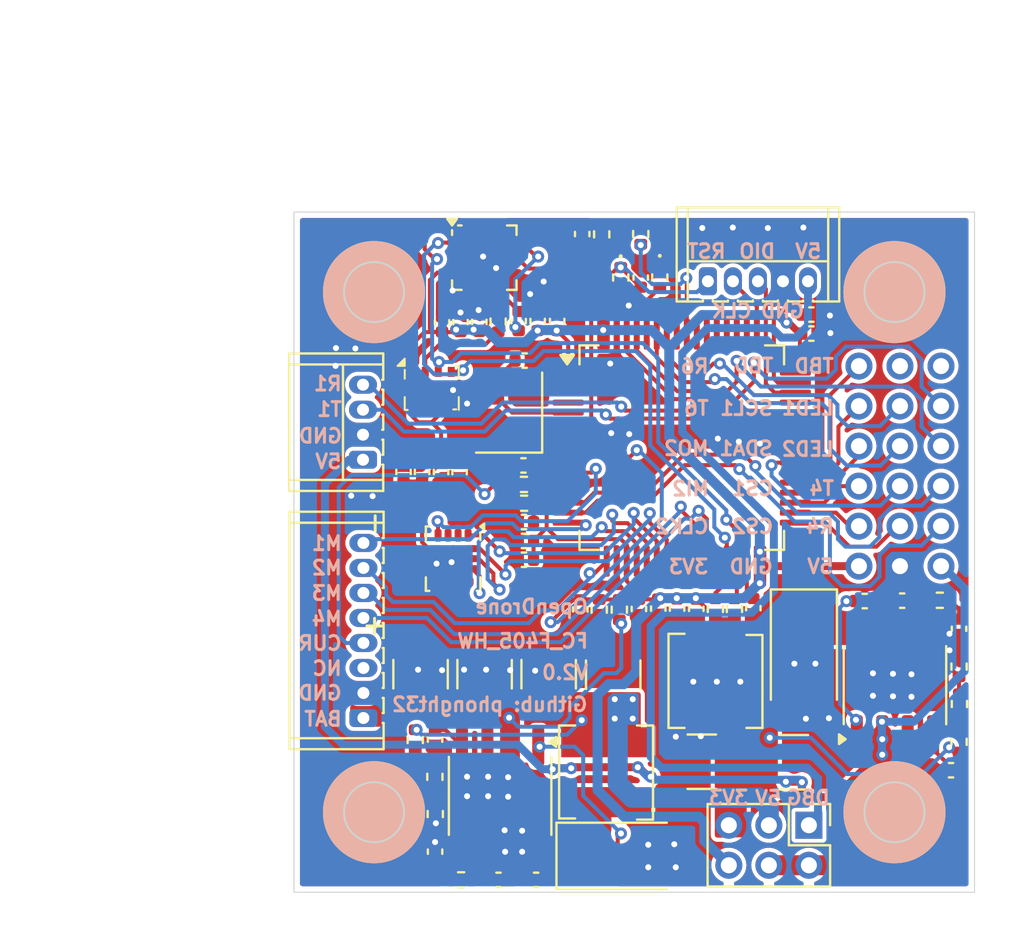
<source format=kicad_pcb>
(kicad_pcb (version 20240108) (generator "pcbnew") (generator_version "8.0")
  (layers (0 "F.Cu" signal) (31 "B.Cu" signal) (34 "B.Paste" user) (35 "F.Paste" user) (36 "B.SilkS" user "B.Silkscreen") (37 "F.SilkS" user "F.Silkscreen") (38 "B.Mask" user) (39 "F.Mask" user) (44 "Edge.Cuts" user))
  (net 0 "")
  (net 1 "Net-(U1-VCAP_2)")
  (net 2 "GND")
  (net 3 "Net-(U1-VCAP_1)")
  (net 4 "+3V3")
  (net 5 "Net-(U1-PH0)")
  (net 6 "Net-(U1-PH1)")
  (net 7 "V_BAT")
  (net 8 "Net-(D1-K)")
  (net 9 "3V3_STEPDOWN")
  (net 10 "5V_STEPDOWN")
  (net 11 "Net-(U5-SETP)")
  (net 12 "Net-(U5-SETC)")
  (net 13 "Net-(U5-C1)")
  (net 14 "SENS_VOL")
  (net 17 "STM32_NRST")
  (net 18 "Net-(U1-BOOT0)")
  (net 19 "Net-(U2-VSENSE)")
  (net 20 "Net-(U6-CSB)")
  (net 23 "SENS_CUR")
  (net 24 "ESC3")
  (net 26 "I2C1_SCL")
  (net 29 "ESC2")
  (net 30 "STM32_DIO")
  (net 31 "LED_GREEN")
  (net 32 "STM32_CLK")
  (net 35 "UART6_TX")
  (net 37 "UART1_RX")
  (net 38 "UART1_TX")
  (net 39 "I2C1_SDA")
  (net 40 "ESC4")
  (net 41 "ESC1")
  (net 42 "LED_STRIP1")
  (net 43 "UART6_RX")
  (net 44 "+5V")
  (net 46 "ICM42688_INT")
  (net 48 "Net-(D4-K)")
  (net 49 "SPI2_CLK")
  (net 51 "SPI2_MOSI")
  (net 52 "SPI2_MISO")
  (net 53 "IN_CUR")
  (net 57 "I2C2_SDA")
  (net 58 "I2C2_SCL")
  (net 59 "LED_STRIP2")
  (net 62 "UART4_RX")
  (net 63 "UART4_TX")
  (net 64 "Net-(U2-SS)")
  (net 65 "Net-(U7-SS)")
  (net 66 "Net-(U7-BOOT)")
  (net 67 "Net-(U7-COMP)")
  (net 68 "Net-(C38-Pad2)")
  (net 69 "Net-(U2-COMP)")
  (net 70 "Net-(U2-BOOT)")
  (net 71 "Net-(C41-Pad2)")
  (net 72 "Net-(U7-VSENSE)")
  (net 75 "Net-(D2-A)")
  (net 76 "Net-(D3-A)")
  (net 77 "5V_DEBUGGER")
  (net 78 "Net-(R14-Pad2)")
  (net 79 "Net-(R19-Pad1)")
  (net 84 "SPI1_CLK")
  (net 85 "SPI1_CS")
  (net 86 "SPI1_MOSI")
  (net 87 "SPI1_MISO")
  (net 90 "SPI2_CS2")
  (net 91 "SPI2_CS1")
  (footprint "Capacitor_SMD:C_0402_1005Metric" (layer "F.Cu") (at 166.725 87.13 90)
    (property "Reference" "C41" (hide yes))
    (property "Value" "1nF" (hide yes))
  )
  (footprint "Capacitor_SMD:C_1210_3225Metric" (layer "F.Cu") (at 139.825 89.4 90)
    (property "Reference" "C12" (hide yes))
    (property "Value" "10uF" (hide yes))
  )
  (footprint "Resistor_SMD:R_0402_1005Metric" (layer "F.Cu") (at 140.54 94.53 90)
    (property "Reference" "R3" (hide yes))
    (property "Value" "4,7k" (hide yes))
  )
  (footprint "Resistor_SMD:R_0402_1005Metric" (layer "F.Cu") (at 154.555 86.14 -90)
    (property "Reference" "R8" (hide yes))
    (property "Value" "4.7k" (hide yes))
  )
  (footprint "Capacitor_SMD:C_0402_1005Metric" (layer "F.Cu") (at 166.325 94.2 180)
    (property "Reference" "C13" (hide yes))
    (property "Value" "10nF" (hide yes))
  )
  (footprint "Capacitor_SMD:C_0402_1005Metric" (layer "F.Cu") (at 159.35 72.375)
    (property "Reference" "C3" (hide yes))
    (property "Value" "100nF" (hide yes))
  )
  (footprint "Footprint:QFN-16_3x3mm_P0.5mm" (layer "F.Cu") (at 143.01 68.58)
    (property "Reference" "U5" (hide yes))
    (property "Value" "HMC5883L" (hide yes))
  )
  (footprint "Capacitor_SMD:C_0402_1005Metric" (layer "F.Cu") (at 140.55 98.27 -90)
    (property "Reference" "C38" (hide yes))
    (property "Value" "1nF" (hide yes))
  )
  (footprint "Capacitor_SMD:C_0402_1005Metric" (layer "F.Cu") (at 144.725 71.75 -90)
    (property "Reference" "C25" (hide yes))
    (property "Value" "220nF" (hide yes))
  )
  (footprint "Resistor_SMD:R_0402_1005Metric" (layer "F.Cu") (at 148.875 67.415 90)
    (property "Reference" "R16" (hide yes))
    (property "Value" "470R" (hide yes))
  )
  (footprint "Package_QFP:LQFP-64_10x10mm_P0.5mm" (layer "F.Cu") (at 152.875 78.075)
    (property "Reference" "U1" (hide yes))
    (property "Value" "STM32F405RGTx" (hide yes))
  )
  (footprint "Capacitor_SMD:C_0402_1005Metric" (layer "F.Cu") (at 162.015 85.745)
    (property "Reference" "C40" (hide yes))
    (property "Value" "100nF" (hide yes))
  )
  (footprint "LED_SMD:LED_0402_1005Metric" (layer "F.Cu") (at 149.825 67.415 90)
    (property "Reference" "D2" (hide yes))
    (property "Value" "RED" (hide yes))
  )
  (footprint "Capacitor_SMD:C_0402_1005Metric" (layer "F.Cu") (at 156.45 86.1 -90)
    (property "Reference" "C2" (hide yes))
    (property "Value" "2.2uF" (hide yes))
  )
  (footprint "Capacitor_SMD:C_0402_1005Metric" (layer "F.Cu") (at 141.82 71.8 90)
    (property "Reference" "C24" (hide yes))
    (property "Value" "100nF" (hide yes))
  )
  (footprint "Capacitor_SMD:C_1210_3225Metric" (layer "F.Cu") (at 153.875 93.775 180)
    (property "Reference" "C16" (hide yes))
    (property "Value" "10uF" (hide yes))
  )
  (footprint "Capacitor_SMD:C_0402_1005Metric" (layer "F.Cu") (at 144.99 81.795 180)
    (property "Reference" "C30" (hide yes))
    (property "Value" "100nF" (hide yes))
  )
  (footprint "Resistor_SMD:R_0402_1005Metric" (layer "F.Cu") (at 144.99 79.915)
    (property "Reference" "R4" (hide yes))
    (property "Value" "Rf_Cur" (hide yes))
  )
  (footprint "Capacitor_SMD:C_0402_1005Metric" (layer "F.Cu") (at 152.64 86.122047 -90)
    (property "Reference" "C32" (hide yes))
    (property "Value" "100nF" (hide yes))
  )
  (footprint "Resistor_SMD:R_0402_1005Metric" (layer "F.Cu") (at 150.825 67.4 90)
    (property "Reference" "R17" (hide yes))
    (property "Value" "470R" (hide yes))
  )
  (footprint "Resistor_SMD:R_0402_1005Metric" (layer "F.Cu") (at 149.755001 86.175 90)
    (property "Reference" "R10" (hide yes))
    (property "Value" "Rf_Vol" (hide yes))
  )
  (footprint "Resistor_SMD:R_0402_1005Metric" (layer "F.Cu") (at 148.75 86.175 -90)
    (property "Reference" "R11" (hide yes))
    (property "Value" "Ri_Vol" (hide yes))
  )
  (footprint "Resistor_SMD:R_0402_1005Metric" (layer "F.Cu") (at 140.56 96.39 -90)
    (property "Reference" "R5" (hide yes))
    (property "Value" "1k" (hide yes))
  )
  (footprint "Capacitor_SMD:C_0402_1005Metric" (layer "F.Cu") (at 151.7 86.122047 -90)
    (property "Reference" "C33" (hide yes))
    (property "Value" "100nF" (hide yes))
  )
  (footprint "Footprint:Connector_XH_1x04_P1.25mm_Horizontal" (layer "F.Cu") (at 136.95 78.68 90)
    (property "Reference" "J8" (hide yes))
    (property "Value" "Conn_01x04" (hide yes))
  )
  (footprint "Capacitor_SMD:C_0402_1005Metric" (layer "F.Cu") (at 163.885 85.725)
    (property "Reference" "C39" (hide yes))
    (property "Value" "47pF" (hide yes))
  )
  (footprint "Footprint:Connector_XH_1x05_P1.25mm_Horizontal" (layer "F.Cu") (at 154.18 69.76)
    (property "Reference" "J1" (hide yes))
    (property "Value" "Conn_01x05" (hide yes))
  )
  (footprint "Capacitor_SMD:C_0402_1005Metric" (layer "F.Cu") (at 150.7326 86.14 -90)
    (property "Reference" "C7" (hide yes))
    (property "Value" "100nF" (hide yes))
  )
  (footprint "Footprint:Header_1x06_P2.00mm_Vertical" (layer "F.Cu") (at 165.825 74)
    (property "Reference" "J12" (hide yes))
    (property "Value" "Conn_01x06")
  )
  (footprint "Crystal:Crystal_SMD_3225-4Pin_3.2x2.5mm" (layer "F.Cu") (at 144.25 76.325 90)
    (property "Reference" "Y2" (hide yes))
    (property "Value" "8Mhz" (hide yes))
  )
  (footprint "Capacitor_SMD:C_1210_3225Metric" (layer "F.Cu") (at 149.45 89.425 90)
    (property "Reference" "C15" (hide yes))
    (property "Value" "10uF" (hide yes))
  )
  (footprint "Capacitor_SMD:C_0402_1005Metric" (layer "F.Cu") (at 145.675 71.745 90)
    (property "Reference" "C6" (hide yes))
    (property "Value" "100nF" (hide yes))
  )
  (footprint "Capacitor_SMD:C_0402_1005Metric" (layer "F.Cu") (at 144.965 78.965)
    (property "Reference" "C10" (hide yes))
    (property "Value" "22pF" (hide yes))
  )
  (footprint "LED_SMD:LED_0402_1005Metric" (layer "F.Cu") (at 151.775 67.4 90)
    (property "Reference" "D3" (hide yes))
    (property "Value" "BLUE" (hide yes))
  )
  (footprint "Package_SO:SOIC-8-1EP_3.9x4.9mm_P1.27mm_EP2.29x3mm" (layer "F.Cu") (at 163.525 89.95 90)
    (property "Reference" "U2" (hide yes))
    (property "Value" "TPS54331" (hide yes))
  )
  (footprint "Capacitor_SMD:C_0402_1005Metric" (layer "F.Cu") (at 145.6 99.68 180)
    (property "Reference" "C36" (hide yes))
    (property "Value" "100nF" (hide yes))
  )
  (footprint "Capacitor_SMD:C_0402_1005Metric" (layer "F.Cu") (at 143.72 99.68 180)
    (property "Reference" "C37" (hide yes))
    (property "Value" "47pF" (hide yes))
  )
  (footprint "Resistor_SMD:R_0402_1005Metric" (layer "F.Cu") (at 155.505 86.14 90)
    (property "Reference" "R7" (hide yes))
    (property "Value" "4.7k" (hide yes))
  )
  (footprint "Capacitor_SMD:C_0402_1005Metric" (layer "F.Cu") (at 140.85 79.295 -90)
    (property "Reference" "C8" (hide yes))
    (property "Value" "10uF" (hide yes))
  )
  (footprint "Capacitor_SMD:C_0402_1005Metric" (layer "F.Cu") (at 153.6 86.132047 -90)
    (property "Reference" "C31" (hide yes))
    (property "Value" "100nF" (hide yes))
  )
  (footprint "Diode_SMD:D_SMA" (layer "F.Cu") (at 158.975 88.675 -90)
    (property "Reference" "D4" (hide yes))
    (property "Value" "SS34" (hide yes))
  )
  (footprint "Capacitor_SMD:C_0402_1005Metric" (layer "F.Cu") (at 141.775 79.3 -90)
    (property "Reference" "C19" (hide yes))
    (property "Value" "10uF" (hide yes))
  )
  (footprint "Capacitor_SMD:C_0402_1005Metric" (layer "F.Cu") (at 146.65 71.745 90)
    (property "Reference" "C4" (hide yes))
    (property "Value" "100nF" (hide yes))
  )
  (footprint "Resistor_SMD:R_0402_1005Metric" (layer "F.Cu") (at 139.56 92.69 90)
    (property "Reference" "R19" (hide yes))
    (property "Value" "470R" (hide yes))
  )
  (footprint "Package_LGA:LGA-14_3x2.5mm_P0.5mm_LayoutBorder3x4y" (layer "F.Cu") (at 141.45 83.625 -90)
    (property "Reference" "U3" (hide yes))
    (property "Value" "ICM42688" (hide yes))
  )
  (footprint "Resistor_SMD:R_0402_1005Metric" (layer "F.Cu") (at 143.7 71.775 -90)
    (property "Reference" "R9" (hide yes))
    (property "Value" "1k" (hide yes))
  )
  (footprint "Capacitor_SMD:C_0402_1005Metric" (layer "F.Cu") (at 144.99 83.68 180)
    (property "Reference" "C18" (hide yes))
    (property "Value" "10uF" (hide yes))
  )
  (footprint "Footprint:Connector_XH_1x08_P1.25mm_Horizontal" (layer "F.Cu") (at 136.97 91.59 90)
    (property "Reference" "J6" (hide yes))
    (property "Value" "Conn_01x08" (hide yes))
  )
  (footprint "Footprint:Inductor_SMD_4D28" (layer "F.Cu") (at 151.387 96.5616 90)
    (property "Reference" "L1" (hide yes))
    (property "Value" "15uH" (hide yes))
  )
  (footprint "Capacitor_SMD:C_0402_1005Metric" (layer "F.Cu") (at 159.35 71.425)
    (property "Reference" "C1" (hide yes))
    (property "Value" "2.2uF" (hide yes))
  )
  (footprint "Capacitor_SMD:C_1210_3225Metric" (layer "F.Cu") (at 146.225 89.4 90)
    (property "Reference" "C14" (hide yes))
    (property "Value" "10uF" (hide yes))
  )
  (footprint "Resistor_SMD:R_0402_1005Metric" (layer "F.Cu") (at 151.775 69.57 -90)
    (property "Reference" "R2" (hide yes))
    (property "Value" "2k2" (hide yes))
  )
  (footprint "Capacitor_SMD:C_0402_1005Metric" (layer "F.Cu") (at 138.975 79.29 90)
    (property "Reference" "C29" (hide yes))
    (property "Value" "100nF" (hide yes))
  )
  (footprint "Capacitor_SMD:C_0402_1005Metric" (layer "F.Cu") (at 145.025 73.725 180)
    (property "Reference" "C9" (hide yes))
    (property "Value" "22pF" (hide yes))
  )
  (footprint "Capacitor_SMD:C_0402_1005Metric" (layer "F.Cu") (at 139.9 79.29 90)
    (property "Reference" "C28" (hide yes))
    (property "Value" "100nF" (hide yes))
  )
  (footprint "Package_SO:SOIC-8-1EP_3.9x4.9mm_P1.27mm_EP2.29x3mm" (layer "F.Cu") (at 143.8 95.48 -90)
    (property "Reference" "U7" (hide yes))
    (property "Value" "TPS54331" (hide yes))
  )
  (footprint "Footprint:Inductor_SMD_4D28" (layer "F.Cu") (at 152.263 87.4884 -90)
    (property "Reference" "L2" (hide yes))
    (property "Value" "15uH" (hide yes))
  )
  (footprint "Connector_PinHeader_2.00mm:PinHeader_2x03_P2.00mm_Vertical" (layer "F.Cu") (at 159.225 96.95 -90)
    (property "Reference" "J17" (hide yes))
    (property "Value" "Conn_02x03_Odd_Even" (hide yes))
  )
  (footprint "Resistor_SMD:R_0402_1005Metric" (layer "F.Cu") (at 141.85 99.68 180)
    (property "Reference" "R12" (hide yes))
    (property "Value" "29.4k" (hide yes))
  )
  (footprint "Capacitor_SMD:C_0402_1005Metric" (layer "F.Cu") (at 140.9 71.81 90)
    (property "Reference" "C22" (hide yes))
    (property "Value" "100nF" (hide yes))
  )
  (footprint "Resistor_SMD:R_0402_1005Metric" (layer "F.Cu") (at 145 80.855 180)
    (property "Reference" "R6" (hide yes))
    (property "Value" "Ri_Cur" (hide yes))
  )
  (footprint "Footprint:Header_1x06_P2.00mm_Vertical" (layer "F.Cu") (at 161.725 74)
    (property "Reference" "J10" (hide yes))
    (property "Value" "Conn_01x06")
  )
  (footprint "Capacitor_SMD:C_0402_1005Metric" (layer "F.Cu") (at 144.99 82.74 180)
    (property "Reference" "C5" (hide yes))
    (property "Value" "100nF" (hide yes))
  )
  (footprint "Capacitor_SMD:C_1210_3225Metric" (layer "F.Cu") (at 158.475 93.8)
    (property "Reference" "C17" (hide yes))
    (property "Value" "10uF" (hide yes))
  )
  (footprint "Resistor_SMD:R_0402_1005Metric" (layer "F.Cu") (at 166.725 89.02 90)
    (property "Reference" "R15" (hide yes))
    (property "Value" "3,3k" (hide yes))
  )
  (footprint "Capacitor_SMD:C_0402_1005Metric" (layer "F.Cu") (at 150.825 69.575 90)
    (property "Reference" "C34" (hide yes))
    (property "Value" "100nF" (hide yes))
  )
  (footprint "Resistor_SMD:R_0402_1005Metric" (layer "F.Cu") (at 149.825 69.575 90)
    (property "Reference" "R1" (hide yes))
    (property "Value" "10k" (hide yes))
  )
  (footprint "Resistor_SMD:R_0402_1005Metric" (layer "F.Cu") (at 165.765 85.705)
    (property "Reference" "R13" (hide yes))
    (property "Value" "29.4k" (hide yes))
  )
  (footprint "Resistor_SMD:R_0402_1005Metric" (layer "F.Cu") (at 166.745 90.89 -90)
    (property "Reference" "R14" (hide yes))
    (property "Value" "0R" (hide yes))
  )
  (footprint "Diode_SMD:D_SMA" (layer "F.Cu") (at 150.125 98.475)
    (property "Reference" "D1" (hide yes))
    (property "Value" "SS34" (hide yes))
  )
  (footprint "Resistor_SMD:R_0402_1005Metric" (layer "F.Cu") (at 166.725 92.78 -90)
    (property "Reference" "R18" (hide yes))
    (property "Value" "10k" (hide yes))
  )
  (footprint "Capacitor_SMD:C_0402_1005Metric" (layer "F.Cu") (at 140.55 92.67 -90)
    (property "Reference" "C35" (hide yes))
    (property "Value" "10nF" (hide yes))
  )
  (footprint "Footprint:LGA-8_2x2.5mm_P0.65mm" (layer "F.Cu") (at 140.39 75.1)
    (property "Reference" "U6" (hide yes))
    (property "Value" "BMP280" (hide yes))
  )
  (footprint "Footprint:Board_Outline_34x34_Hole_26x26" (layer "F.Cu") (at 137.5 96.3)
    (property "Reference" "U8" (hide yes))
    (property "Value" "Board" (hide yes))
    (fp_line (start -4 4) (end -4 -30) (stroke (width 0.05)) (layer "Edge.Cuts"))
    (fp_line (start 30 -30) (end -4 -30) (stroke (width 0.05)) (layer "Edge.Cuts"))
    (fp_line (start 30 -30) (end 30 4) (stroke (width 0.05)) (layer "Edge.Cuts"))
    (fp_line (start 30 4) (end -4 4) (stroke (width 0.05)) (layer "Edge.Cuts"))
    (fp_circle (center 0 -26) (end 1.5 -26) (stroke (width 0.1)) (fill none) (layer "Edge.Cuts"))
    (fp_circle (center 0 0) (end 1.5 0) (stroke (width 0.1)) (fill none) (layer "Edge.Cuts"))
    (fp_circle (center 26 -26) (end 27.5 -26) (stroke (width 0.1)) (fill none) (layer "Edge.Cuts"))
    (fp_circle (center 26 0) (end 27.5 0) (stroke (width 0.1)) (fill none) (layer "Edge.Cuts"))
  )
  (footprint "Capacitor_SMD:C_0402_1005Metric" (layer "F.Cu") (at 147.9 67.4 90)
    (property "Reference" "C26" (hide yes))
    (property "Value" "4.7uF" (hide yes))
  )
  (footprint "Capacitor_SMD:C_0402_1005Metric" (layer "F.Cu") (at 142.76 71.79 90)
    (property "Reference" "C23" (hide yes))
    (property "Value" "100nF" (hide yes))
  )
  (footprint "Capacitor_SMD:C_1210_3225Metric" (layer "F.Cu") (at 143.025 89.4 90)
    (property "Reference" "C11" (hide yes))
    (property "Value" "100uF" (hide yes))
  )
  (footprint "Capacitor_SMD:C_0402_1005Metric" (layer "F.Cu") (at 147.805001 86.162047 -90)
    (property "Reference" "C27" (hide yes))
    (property "Value" "100nF" (hide yes))
  )
  (footprint "Footprint:Header_1x06_P2.00mm_Vertical" (layer "F.Cu") (at 163.775 74)
    (property "Reference" "J11" (hide yes))
    (property "Value" "Conn_01x06")
  )
  (gr_text "R6" (at 154.3 74.42 0) (layer "B.SilkS") (effects (font (size 0.7 0.7) (thickness 0.15) (bold yes)) (justify left bottom mirror)))
  (gr_text "T4" (at 160.56 80.52 0) (layer "B.SilkS") (effects (font (size 0.7 0.7) (thickness 0.15) (bold yes)) (justify left bottom mirror)))
  (gr_text "SDA1" (at 157.5 78.53 0) (layer "B.SilkS") (effects (font (size 0.7 0.7) (thickness 0.15) (bold yes)) (justify left bottom mirror)))
  (gr_text "T1" (at 135.97 76.57 0) (layer "B.SilkS") (effects (font (size 0.7 0.7) (thickness 0.15) (bold yes)) (justify left bottom mirror)))
  (gr_text "3V3" (at 154.275 84.435 0) (layer "B.SilkS") (effects (font (size 0.7 0.7) (thickness 0.15) (bold yes)) (justify left bottom mirror)))
  (gr_text "M1" (at 135.97 83.27 0) (layer "B.SilkS") (effects (font (size 0.7 0.7) (thickness 0.15) (bold yes)) (justify left bottom mirror)))
  (gr_text "T6" (at 154.3 76.51 0) (layer "B.SilkS") (effects (font (size 0.7 0.7) (thickness 0.15) (bold yes)) (justify left bottom mirror)))
  (gr_text "V2.0" (at 148.275 89.725 0) (layer "B.SilkS") (effects (font (size 0.7 0.7) (thickness 0.15) (bold yes)) (justify left bottom mirror)))
  (gr_text "MI2" (at 154.31 80.54 0) (layer "B.SilkS") (effects (font (size 0.7 0.7) (thickness 0.15) (bold yes)) (justify left bottom mirror)))
  (gr_text "R1" (at 135.97 75.29 0) (layer "B.SilkS") (effects (font (size 0.7 0.7) (thickness 0.15) (bold yes)) (justify left bottom mirror)))
  (gr_text "M3" (at 135.97 85.76 0) (layer "B.SilkS") (effects (font (size 0.7 0.7) (thickness 0.15) (bold yes)) (justify left bottom mirror)))
  (gr_text "LED1" (at 160.55 76.5 0) (layer "B.SilkS") (effects (font (size 0.7 0.7) (thickness 0.15) (bold yes)) (justify left bottom mirror)))
  (gr_text "CS1" (at 157.52 80.53 0) (layer "B.SilkS") (effects (font (size 0.7 0.7) (thickness 0.15) (bold yes)) (justify left bottom mirror)))
  (gr_text "MO2" (at 154.3 78.52 0) (layer "B.SilkS") (effects (font (size 0.7 0.7) (thickness 0.15) (bold yes)) (justify left bottom mirror)))
  (gr_text "GND" (at 135.97 90.75 0) (layer "B.SilkS") (effects (font (size 0.7 0.7) (thickness 0.15) (bold yes)) (justify left bottom mirror)))
  (gr_text "CS2" (at 157.53 82.43 0) (layer "B.SilkS") (effects (font (size 0.7 0.7) (thickness 0.15) (bold yes)) (justify left bottom mirror)))
  (gr_text "GND" (at 135.99 77.9 0) (layer "B.SilkS") (effects (font (size 0.7 0.7) (thickness 0.15) (bold yes)) (justify left bottom mirror)))
  (gr_text "M2" (at 135.97 84.49 0) (layer "B.SilkS") (effects (font (size 0.7 0.7) (thickness 0.15) (bold yes)) (justify left bottom mirror)))
  (gr_text "DIO" (at 157.625 68.675 0) (layer "B.SilkS") (effects (font (size 0.7 0.7) (thickness 0.15) (bold yes)) (justify left bottom mirror)))
  (gr_text "R4" (at 160.55 82.42 0) (layer "B.SilkS") (effects (font (size 0.7 0.7) (thickness 0.15) (bold yes)) (justify left bottom mirror)))
  (gr_text "TBD" (at 157.53 74.39 0) (layer "B.SilkS") (effects (font (size 0.7 0.7) (thickness 0.15) (bold yes)) (justify left bottom mirror)))
  (gr_text "FC_F405_HW" (at 148.275 88.155 0) (layer "B.SilkS") (effects (font (size 0.7 0.7) (thickness 0.15) (bold yes)) (justify left bottom mirror)))
  (gr_text "M4" (at 135.97 87.04 0) (layer "B.SilkS") (effects (font (size 0.7 0.7) (thickness 0.15) (bold yes)) (justify left bottom mirror)))
  (gr_text "3V3" (at 156.275 95.985 0) (layer "B.SilkS") (effects (font (size 0.7 0.7) (thickness 0.15) (bold yes)) (justify left bottom mirror)))
  (gr_text "CUR" (at 135.97 88.26 0) (layer "B.SilkS") (effects (font (size 0.7 0.7) (thickness 0.15) (bold yes)) (justify left bottom mirror)))
  (gr_text "SCL1" (at 157.5 76.515 0) (layer "B.SilkS") (effects (font (size 0.7 0.7) (thickness 0.15) (bold yes)) (justify left bottom mirror)))
  (gr_text "BAT" (at 135.97 92.05 0) (layer "B.SilkS") (effects (font (size 0.7 0.7) (thickness 0.15) (bold yes)) (justify left bottom mirror)))
  (gr_text "Github: phonght32" (at 148.245 91.325 0) (layer "B.SilkS") (effects (font (size 0.7 0.7) (thickness 0.15) (bold yes)) (justify left bottom mirror)))
  (gr_text "OpenDrone" (at 148.265 86.435 0) (layer "B.SilkS") (effects (font (size 0.7 0.7) (thickness 0.15) (bold yes)) (justify left bottom mirror)))
  (gr_text "TBD" (at 160.55 74.41 0) (layer "B.SilkS") (effects (font (size 0.7 0.7) (thickness 0.15) (bold yes)) (justify left bottom mirror)))
  (gr_text "DBG" (at 160.35 95.985 0) (layer "B.SilkS") (effects (font (size 0.7 0.7) (thickness 0.15) (bold yes)) (justify left bottom mirror)))
  (gr_text "CLK2" (at 154.3 82.43 0) (layer "B.SilkS") (effects (font (size 0.7 0.7) (thickness 0.15) (bold yes)) (justify left bottom mirror)))
  (gr_text "NC" (at 135.97 89.52 0) (layer "B.SilkS") (effects (font (size 0.7 0.7) (thickness 0.15) (bold yes)) (justify left bottom mirror)))
  (gr_text "5V" (at 157.925 96 0) (layer "B.SilkS") (effects (font (size 0.7 0.7) (thickness 0.15) (bold yes)) (justify left bottom mirror)))
  (gr_text "CLK" (at 156.45 71.65 0) (layer "B.SilkS") (effects (font (size 0.7 0.7) (thickness 0.15) (bold yes)) (justify left bottom mirror)))
  (gr_text "GND" (at 157.505 84.435 0) (layer "B.SilkS") (effects (font (size 0.7 0.7) (thickness 0.15) (bold yes)) (justify left bottom mirror)))
  (gr_text "5V" (at 160.525 84.425 0) (layer "B.SilkS") (effects (font (size 0.7 0.7) (thickness 0.15) (bold yes)) (justify left bottom mirror)))
  (gr_text "GND" (at 159.075 71.65 0) (layer "B.SilkS") (effects (font (size 0.7 0.7) (thickness 0.15) (bold yes)) (justify left bottom mirror)))
  (gr_text "RST" (at 155.15 68.675 0) (layer "B.SilkS") (effects (font (size 0.7 0.7) (thickness 0.15) (bold yes)) (justify left bottom mirror)))
  (gr_text "5V" (at 159.925 68.675 0) (layer "B.SilkS") (effects (font (size 0.7 0.7) (thickness 0.15) (bold yes)) (justify left bottom mirror)))
  (gr_text "5V" (at 135.95 79.18 0) (layer "B.SilkS") (effects (font (size 0.7 0.7) (thickness 0.15) (bold yes)) (justify left bottom mirror)))
  (gr_text "LED2" (at 160.55 78.56 0) (layer "B.SilkS") (effects (font (size 0.7 0.7) (thickness 0.15) (bold yes)) (justify left bottom mirror)))
  (gr_text "+" (at 136.81 87.5 0) (layer "F.SilkS") (effects (font (size 1 1) (thickness 0.15) (bold yes)) (justify left bottom)))
  (gr_text "-" (at 138.07 82.58 90) (layer "F.SilkS") (effects (font (size 1 1) (thickness 0.15) (bold yes)) (justify left bottom)))
  (segment (start 157.475 71.55) (end 157.475 74.625) (width 0.2) (layer "F.Cu") (net 1))
  (segment (start 157.675 74.825) (end 158.55 74.825) (width 0.2) (layer "F.Cu") (net 1))
  (segment (start 157.475 74.625) (end 157.675 74.825) (width 0.2) (layer "F.Cu") (net 1))
  (segment (start 158.87 71.425) (end 158.67 71.225) (width 0.2) (layer "F.Cu") (net 1))
  (segment (start 158.67 71.225) (end 157.8 71.225) (width 0.2) (layer "F.Cu") (net 1))
  (segment (start 158.95 71.505) (end 158.87 71.425) (width 0.2) (layer "F.Cu") (net 1))
  (segment (start 157.8 71.225) (end 157.475 71.55) (width 0.2) (layer "F.Cu") (net 1))
  (via (at 143.2 95.5) (size 0.6) (drill 0.3) (layers "F.Cu" "B.Cu") (net 2))
  (via (at 141.425 70.225) (size 0.6) (drill 0.3) (layers "F.Cu" "B.Cu") (net 2))
  (via (at 139.7 89.175) (size 0.6) (drill 0.3) (layers "F.Cu" "B.Cu") (net 2))
  (via (at 144.9 97.225) (size 0.6) (drill 0.3) (layers "F.Cu" "B.Cu") (net 2))
  (via (at 150.25 77.4) (size 0.6) (drill 0.3) (layers "F.Cu" "B.Cu") (net 2))
  (via (at 141.45 75.2) (size 0.6) (drill 0.3) (layers "F.Cu" "B.Cu") (net 2))
  (via (at 142.95 68.525) (size 0.6) (drill 0.3) (layers "F.Cu" "B.Cu") (net 2))
  (via (at 141.375 83.8) (size 0.6) (drill 0.3) (layers "F.Cu" "B.Cu") (net 2))
  (via (at 164.35 90.53) (size 0.6) (drill 0.3) (layers "F.Cu" "B.Cu") (net 2))
  (via (at 142.725 71.2) (size 0.6) (drill 0.3) (layers "F.Cu" "B.Cu") (net 2))
  (via (at 163.425 90.505) (size 0.6) (drill 0.3) (layers "F.Cu" "B.Cu") (net 2))
  (via (at 162.425 89.355) (size 0.6) (drill 0.3) (layers "F.Cu" "B.Cu") (net 2))
  (via (at 145.55 89.225) (size 0.6) (drill 0.3) (layers "F.Cu" "B.Cu") (net 2))
  (via (at 155.8 89.775) (size 0.6) (drill 0.3) (layers "F.Cu" "B.Cu") (net 2))
  (via (at 144.025 97.2) (size 0.6) (drill 0.3) (layers "F.Cu" "B.Cu") (net 2))
  (via (at 154.675 77.625) (size 0.6) (drill 0.3) (layers "F.Cu" "B.Cu") (net 2))
  (via (at 142.15 94.525) (size 0.6) (drill 0.3) (layers "F.Cu" "B.Cu") (net 2))
  (via (at 166.25 87.38) (size 0.6) (drill 0.3) (layers "F.Cu" "B.Cu") (net 2))
  (via (at 142.15 75.875) (size 0.6) (drill 0.3) (layers "F.Cu" "B.Cu") (net 2))
  (via (at 159.55 88.875) (size 0.6) (drill 0.3) (layers "F.Cu" "B.Cu") (net 2))
  (via (at 145.3 70.4) (size 0.6) (drill 0.3) (layers "F.Cu" "B.Cu") (net 2))
  (via (at 135.58 73.99) (size 0.6) (drill 0.3) (layers "F.Cu" "B.Cu") (net 2))
  (via (at 144.05 98.275) (size 0.6) (drill 0.3) (layers "F.Cu" "B.Cu") (net 2))
  (via (at 153.9 67.1) (size 0.6) (drill 0.3) (layers "F.Cu" "B.Cu") (net 2))
  (via (at 157.175 67.1) (size 0.6) (drill 0.3) (layers "F.Cu" "B.Cu") (net 2))
  (via (at 159.075 91.625) (size 0.6) (drill 0.3) (layers "F.Cu" "B.Cu") (net 2))
  (via (at 152.575 99.05) (size 0.6) (drill 0.3) (layers "F.Cu" "B.Cu") (net 2))
  (via (at 166.25 88.206473) (size 0.6) (drill 0.3) (layers "F.Cu" "B.Cu") (net 2))
  (via (at 154.625 89.775) (size 0.6) (drill 0.3) (layers "F.Cu" "B.Cu") (net 2))
  (via (at 142.15 95.5) (size 0.6) (drill 0.3) (layers "F.Cu" "B.Cu") (net 2))
  (via (at 152.575 92.525) (size 0.6) (drill 0.3) (layers "F.Cu" "B.Cu") (net 2))
  (via (at 153.825 92.5) (size 0.6) (drill 0.3) (layers "F.Cu" "B.Cu") (net 2))
  (via (at 158.5 88.875) (size 0.6) (drill 0.3) (layers "F.Cu" "B.Cu") (net 2))
  (via (at 155.725 77.775) (size 0.6) (drill 0.3) (layers "F.Cu" "B.Cu") (net 2))
  (via (at 144.3 89.2) (size 0.6) (drill 0.3) (layers "F.Cu" "B.Cu") (net 2))
  (via (at 140.9 89.2) (size 0.6) (drill 0.3) (layers "F.Cu" "B.Cu") (net 2))
  (via (at 149.35 77.35) (size 0.6) (drill 0.3) (layers "F.Cu" "B.Cu") (net 2))
  (via (at 136.57 73.12) (size 0.6) (drill 0.3) (layers "F.Cu" "B.Cu") (net 2))
  (via (at 151.2 97.925) (size 0.6) (drill 0.3) (layers "F.Cu" "B.Cu") (net 2))
  (via (at 144.2 95.525) (size 0.6) (drill 0.3) (layers "F.Cu" "B.Cu") (net 2))
  (via (at 140.625 83.875) (size 0.6) (drill 0.3) (layers "F.Cu" "B.Cu") (net 2))
  (via (at 160.3 72.35) (size 0.6) (drill 0.3) (layers "F.Cu" "B.Cu") (net 2))
  (via (at 153.45 89.775) (size 0.6) (drill 0.3) (layers "F.Cu" "B.Cu") (net 2))
  (via (at 160.225 91.6) (size 0.6) (drill 0.3) (layers "F.Cu" "B.Cu") (net 2))
  (via (at 140.59 96.85) (size 0.6) (drill 0.3) (layers "F.Cu" "B.Cu") (net 2))
  (via (at 151.2 99.05) (size 0.6) (drill 0.3) (layers "F.Cu" "B.Cu") (net 2))
  (via (at 164.35 89.405) (size 0.6) (drill 0.3) (layers "F.Cu" "B.Cu") (net 2))
  (via (at 144.2 94.55) (size 0.6) (drill 0.3) (layers "F.Cu" "B.Cu") (net 2))
  (via (at 143.1 89.175) (size 0.6) (drill 0.3) (layers "F.Cu" "B.Cu") (net 2))
  (via (at 149.3 73.875) (size 0.6) (drill 0.3) (layers "F.Cu" "B.Cu") (net 2))
  (via (at 160.275 71.475) (size 0.6) (drill 0.3) (layers "F.Cu" "B.Cu") (net 2))
  (via (at 162.425 90.48) (size 0.6) (drill 0.3) (layers "F.Cu" "B.Cu") (net 2))
  (via (at 136.36 80.48) (size 0.6) (drill 0.3) (layers "F.Cu" "B.Cu") (net 2))
  (via (at 156.775 77.875) (size 0.6) (drill 0.3) (layers "F.Cu" "B.Cu") (net 2))
  (via (at 137.43 80.5) (size 0.6) (drill 0.3) (layers "F.Cu" "B.Cu") (net 2))
  (via (at 143.2 94.525) (size 0.6) (drill 0.3) (layers "F.Cu" "B.Cu") (net 2))
  (via (at 144.9 98.275) (size 0.6) (drill 0.3) (layers "F.Cu" "B.Cu") (net 2))
  (via (at 145.975 69.775) (size 0.6) (drill 0.3) (layers "F.Cu" "B.Cu") (net 2))
  (via (at 158.95 67.075) (size 0.6) (drill 0.3) (layers "F.Cu" "B.Cu") (net 2))
  (via (at 152.5 97.9) (size 0.6) (drill 0.3) (layers "F.Cu" "B.Cu") (net 2))
  (via (at 140.55 97.79) (size 0.6) (drill 0.3) (layers "F.Cu" "B.Cu") (net 2))
  (via (at 163.425 89.38) (size 0.6) (drill 0.3) (layers "F.Cu" "B.Cu") (net 2))
  (via (at 143.598584 69.100559) (size 0.6) (drill 0.3) (layers "F.Cu" "B.Cu") (net 2))
  (via (at 155.425 67.075) (size 0.6) (drill 0.3) (layers "F.Cu" "B.Cu") (net 2))
  (via (at 135.6 73.1) (size 0.6) (drill 0.3) (layers "F.Cu" "B.Cu") (net 2))
  (via (at 141.82 71.32) (size 0.6) (drill 0.3) (layers "F.Cu" "B.Cu") (net 2))
  (via (at 150.225 70.975) (size 0.6) (drill 0.3) (layers "F.Cu" "B.Cu") (net 2))
  (via (at 142 89.175) (size 0.6) (drill 0.3) (layers "F.Cu" "B.Cu") (net 2))
  (segment (start 156.125 85.295) (end 156.45 85.62) (width 0.2) (layer "F.Cu") (net 3))
  (segment (start 156.125 83.75) (end 156.125 85.295) (width 0.2) (layer "F.Cu") (net 3))
  (segment (start 156.85 83.35) (end 156.775 83.275) (width 0.4) (layer "F.Cu") (net 4))
  (segment (start 152.625 85.6) (end 153.547953 85.6) (width 0.2) (layer "F.Cu") (net 4))
  (segment (start 139.925 84.512716) (end 139.925 83.374568) (width 0.2) (layer "F.Cu") (net 4))
  (segment (start 150.7326 85.3576) (end 150.7326 85.66) (width 0.2) (layer "F.Cu") (net 4))
  (segment (start 146.625 72.225) (end 146.57 72.28) (width 0.2) (layer "F.Cu") (net 4))
  (segment (start 140.38 76.81) (end 139.99 76.81) (width 0.2) (layer "F.Cu") (net 4))
  (segment (start 142.31 68.5) (end 142.14 68.33) (width 0.2) (layer "F.Cu") (net 4))
  (segment (start 141.648552 72.3) (end 140.47 72.3) (width 0.2) (layer "F.Cu") (net 4))
  (segment (start 140.85 78.815) (end 140.85 77.28) (width 0.2) (layer "F.Cu") (net 4))
  (segment (start 142.55 67.88) (end 142.1 68.33) (width 0.2) (layer "F.Cu") (net 4))
  (segment (start 153.586076 85.6) (end 154.555 86.568924) (width 0.2) (layer "F.Cu") (net 4))
  (segment (start 141.92 72.27) (end 142.71 72.27) (width 0.2) (layer "F.Cu") (net 4))
  (segment (start 140.66 69.33) (end 141.5475 69.33) (width 0.2) (layer "F.Cu") (net 4))
  (segment (start 140.02 72.3) (end 138.88 73.44) (width 0.2) (layer "F.Cu") (net 4))
  (segment (start 140.47 72.3) (end 140.29 72.12) (width 0.2) (layer "F.Cu") (net 4))
  (segment (start 148.775 70.55) (end 149.24 70.085) (width 0.2) (layer "F.Cu") (net 4))
  (segment (start 154.475 86.65) (end 155.425 86.65) (width 0.2) (layer "F.Cu") (net 4))
  (segment (start 140.7 84.7875) (end 140.199784 84.7875) (width 0.2) (layer "F.Cu") (net 4))
  (segment (start 147.2 72.775) (end 146.65 72.225) (width 0.2) (layer "F.Cu") (net 4))
  (segment (start 151.757953 85.642047) (end 151.7 85.642047) (width 0.2) (layer "F.Cu") (net 4))
  (segment (start 142.12 69.33) (end 142.31 69.14) (width 0.2) (layer "F.Cu") (net 4))
  (segment (start 139.925 83.374568) (end 140.174568 83.125) (width 0.2) (layer "F.Cu") (net 4))
  (segment (start 153.575 85.6) (end 153.586076 85.6) (width 0.2) (layer "F.Cu") (net 4))
  (segment (start 151.7 85.642047) (end 152.582953 85.642047) (width 0.2) (layer "F.Cu") (net 4))
  (segment (start 140.174568 83.125) (end 140.5375 83.125) (width 0.2) (layer "F.Cu") (net 4))
  (segment (start 150.125 84.75) (end 150.7326 85.3576) (width 0.2) (layer "F.Cu") (net 4))
  (segment (start 139.17 75.89) (end 139.41 75.89) (width 0.2) (layer "F.Cu") (net 4))
  (segment (start 143.76 67.69) (end 143.57 67.88) (width 0.2) (layer "F.Cu") (net 4))
  (segment (start 156.775 83.275) (end 156.775 83.775) (width 0.4) (layer "F.Cu") (net 4))
  (segment (start 158.775 72.47) (end 158.775 74.1) (width 0.2) (layer "F.Cu") (net 4))
  (segment (start 146.255 80.325) (end 147.2 80.325) (width 0.2) (layer "F.Cu") (net 4))
  (segment (start 146.125 82.085) (end 146.125 80.455) (width 0.2) (layer "F.Cu") (net 4))
  (segment (start 150.125 82.94259) (end 149.83241 82.65) (width 0.2) (layer "F.Cu") (net 4))
  (segment (start 140.29 72.12) (end 140.29 69.7) (width 0.2) (layer "F.Cu") (net 4))
  (segment (start 156.775 84.855025) (end 156.675 84.755025) (width 0.4) (layer "F.Cu") (net 4))
  (segment (start 152.582953 85.642047) (end 152.625 85.6) (width 0.2) (layer "F.Cu") (net 4))
  (segment (start 140.83 72.29) (end 140.48 72.29) (width 0.2) (layer "F.Cu") (net 4))
  (segment (start 149.125 72.375) (end 148.95 72.2) (width 0.2) (layer "F.Cu") (net 4))
  (segment (start 153.547953 85.6) (end 153.6 85.652047) (width 0.2) (layer "F.Cu") (net 4))
  (segment (start 145.47 83.68) (end 145.47 82.74) (width 0.2) (layer "F.Cu") (net 4))
  (segment (start 140.29 69.7) (end 140.66 69.33) (width 0.2) (layer "F.Cu") (net 4))
  (segment (start 140.199784 84.7875) (end 139.925 84.512716) (width 0.2) (layer "F.Cu") (net 4))
  (segment (start 143.7 71.33) (end 143.7 71.265) (width 0.2) (layer "F.Cu") (net 4))
  (segment (start 161.725 84) (end 161.775 83.95) (width 0.4) (layer "F.Cu") (net 4))
  (segment (start 140.71 76.48) (end 140.38 76.81) (width 0.2) (layer "F.Cu") (net 4))
  (segment (start 141.5475 69.33) (end 142.12 69.33) (width 0.2) (layer "F.Cu") (net 4))
  (segment (start 151.742047 85.6) (end 151.682047 85.66) (width 0.2) (layer "F.Cu") (net 4))
  (segment (start 154.555 86.568924) (end 154.555 86.65) (width 0.2) (layer "F.Cu") (net 4))
  (segment (start 149.24 70.085) (end 149.825 70.085) (width 0.2) (layer "F.Cu") (net 4))
  (segment (start 146.125 80.455) (end 146.255 80.325) (width 0.2) (layer "F.Cu") (net 4))
  (segment (start 149.125 72.4) (end 148.775 72.05) (width 0.2) (layer "F.Cu") (net 4))
  (segment (start 156.675 84.755025) (end 156.675 84) (width 0.4) (layer "F.Cu") (net 4))
  (segment (start 143.57 67.88) (end 142.55 67.88) (width 0.2) (layer "F.Cu") (net 4))
  (segment (start 140.225001 83.125) (end 139.9 82.799999) (width 0.2) (layer "F.Cu") (net 4))
  (segment (start 156.625 83.75) (end 156.625 83.830001) (width 0.2) (layer "F.Cu") (net 4))
  (segment (start 139.9 79.77) (end 139.9 79.765) (width 0.2) (layer "F.Cu") (net 4))
  (segment (start 141.974386 68.33) (end 141.5475 68.33) (width 0.2) (layer "F.Cu") (net 4))
  (segment (start 145.675 72.225) (end 146.625 72.225) (width 0.2) (layer "F.Cu") (net 4))
  (segment (start 141.765 78.81) (end 141.775 78.82) (width 0.2) (layer "F.Cu") (net 4))
  (segment (start 146.57 72.17) (end 146.625 72.225) (width 0.2) (layer "F.Cu") (net 4))
  (segment (start 142.31 69.14) (end 142.31 68.5) (width 0.2) (layer "F.Cu") (net 4))
  (segment (start 158.87 72.375) (end 158.775 72.47) (width 0.2) (layer "F.Cu") (net 4))
  (segment (start 150.125 83.75) (end 150.125 84.75) (width 0.2) (layer "F.Cu") (net 4))
  (segment (start 140.48 72.29) (end 140.47 72.3) (width 0.2) (layer "F.Cu") (net 4))
  (segment (start 158.661029 72.375) (end 158.87 72.375) (width 0.2) (layer "F.Cu") (net 4))
  (segment (start 151.8 85.6) (end 151.757953 85.642047) (width 0.2) (layer "F.Cu") (net 4))
  (segment (start 138.88 73.44) (end 138.88 75.6) (width 0.2) (layer "F.Cu") (net 4))
  (segment (start 156.675 84) (end 161.725 84) (width 0.4) (layer "F.Cu") (net 4))
  (segment (start 140.5375 83.125) (end 140.225001 83.125) (width 0.2) (layer "F.Cu") (net 4))
  (segment (start 139.99 76.81) (end 139.708529 76.81) (width 0.2) (layer "F.Cu") (net 4))
  (segment (start 158.32 71.825) (end 158.87 72.375) (width 0.2) (layer "F.Cu") (net 4))
  (segment (start 148.775 72.05) (end 148.775 70.55) (width 0.2) (layer "F.Cu") (net 4))
  (segment (start 145.47 82.74) (end 146.125 82.085) (width 0.2) (layer "F.Cu") (net 4))
  (segment (start 146.57 72.069999) (end 146.57 72.17) (width 0.2) (layer "F.Cu") (net 4))
  (segment (start 139.9 82.799999) (end 139.9 79.77) (width 0.2) (layer "F.Cu") (net 4))
  (segment (start 140.85 78.815) (end 141.77 78.815) (width 0.2) (layer "F.Cu") (net 4))
  (segment (start 151.8 85.6) (end 151.742047 85.6) (width 0.2) (layer "F.Cu") (net 4))
  (segment (start 141.77 78.815) (end 141.775 78.82) (width 0.2) (layer "F.Cu") (net 4))
  (segment (start 140.47 72.3) (end 140.02 72.3) (width 0.2) (layer "F.Cu") (net 4))
  (segment (start 143.76 67.1175) (end 143.76 67.69) (width 0.2) (layer "F.Cu") (net 4))
  (segment (start 138.88 75.6) (end 139.17 75.89) (width 0.2) (layer "F.Cu") (net 4))
  (segment (start 139.41 76.511471) (end 139.41 75.89) (width 0.2) (layer "F.Cu") (net 4))
  (segment (start 142.76 72.27) (end 143.7 71.33) (width 0.2) (layer "F.Cu") (net 4))
  (segment (start 146.69 82.65) (end 146.125 82.085) (width 0.2) (layer "F.Cu") (net 4))
  (segment (start 139.9 79.765) (end 140.85 78.815) (width 0.2) (layer "F.Cu") (net 4))
  (segment (start 149.125 72.4) (end 149.125 72.375) (width 0.2) (layer "F.Cu") (net 4))
  (segment (start 156.625 83.75) (end 156.625 83.875) (width 0.2) (layer "F.Cu") (net 4))
  (segment (start 150.125 83.75) (end 150.125 82.94259) (width 0.2) (layer "F.Cu") (net 4))
  (segment (start 140.71 75.89) (end 140.71 76.48) (width 0.2) (layer "F.Cu") (net 4))
  (segment (start 138.975 79.77) (end 139.9 79.77) (width 0.2) (layer "F.Cu") (net 4))
  (segment (start 158.111029 71.825) (end 158.661029 72.375) (width 0.2) (layer "F.Cu") (net 4))
  (segment (start 147.2 74.325) (end 147.2 72.775) (width 0.2) (layer "F.Cu") (net 4))
  (segment (start 143.76 67.1175) (end 143.8175 67.175) (width 0.2) (layer "F.Cu") (net 4))
  (segment (start 156.775 83.775) (end 156.775 84.855025) (width 0.4) (layer "F.Cu") (net 4))
  (segment (start 142.14 68.33) (end 141.974386 68.33) (width 0.2) (layer "F.Cu") (net 4))
  (segment (start 140.85 77.28) (end 140.38 76.81) (width 0.2) (layer "F.Cu") (net 4))
  (segment (start 139.708529 76.81) (end 139.41 76.511471) (width 0.2) (layer "F.Cu") (net 4))
  (segment (start 142.1 68.33) (end 141.974386 68.33) (width 0.2) (layer "F.Cu") (net 4))
  (segment (start 158.775 74.1) (end 158.55 74.325) (width 0.2) (layer "F.Cu") (net 4))
  (segment (start 151.682047 85.66) (end 150.7326 85.66) (width 0.2) (layer "F.Cu") (net 4))
  (segment (start 158.111029 71.825) (end 158.32 71.825) (width 0.2) (layer "F.Cu") (net 4))
  (segment (start 149.83241 82.65) (end 146.69 82.65) (width 0.2) (layer "F.Cu") (net 4))
  (via (at 151.8 85.6) (size 0.6) (drill 0.3) (layers "F.Cu" "B.Cu") (net 4))
  (via (at 158.111029 71.825) (size 0.6) (drill 0.3) (layers "F.Cu" "B.Cu") (net 4))
  (via (at 148.95 72.2) (size 0.6) (drill 0.3) (layers "F.Cu" "B.Cu") (net 4))
  (via (at 153.575 85.6) (size 0.6) (drill 0.3) (layers "F.Cu" "B.Cu") (net 4))
  (via (at 142.475 72.175) (size 0.6) (drill 0.3) (layers "F.Cu" "B.Cu") (net 4))
  (via (at 141.6 72.175) (size 0.6) (drill 0.3) (layers "F.Cu" "B.Cu") (net 4))
  (via (at 156.775 84.855025) (size 0.6) (drill 0.3) (layers "F.Cu" "B.Cu") (net 4))
  (via (at 156.775 83.275) (size 0.6) (drill 0.3) (layers "F.Cu" "B.Cu") (net 4))
  (via (at 146.625 72.225) (size 0.6) (drill 0.3) (layers "F.Cu" "B.Cu") (net 4))
  (via (at 152.625 85.6) (size 0.6) (drill 0.3) (layers "F.Cu" "B.Cu") (net 4))
  (via (at 145.675 72.225) (size 0.6) (drill 0.3) (layers "F.Cu" "B.Cu") (net 4))
  (segment (start 152.25 73.084441) (end 152.25 77.575) (width 0.5) (layer "B.Cu") (net 4))
  (segment (start 145.675 72.225) (end 145.7 72.2) (width 0.5) (layer "B.Cu") (net 4))
  (segment (start 153.725 96.525) (end 154 96.8) (width 0.5) (layer "B.Cu") (net 4))
  (segment (start 150.6 86.8) (end 150.6 89.275) (width 0.5) (layer "B.Cu") (net 4))
  (segment (start 150.6 89.275) (end 149.975 89.9) (width 0.5) (layer "B.Cu") (net 4))
  (segment (start 156.775 84.825) (end 156 85.6) (width 0.5) (layer "B.Cu") (net 4))
  (segment (start 143.725 72.8) (end 145.075 72.8) (width 0.5) (layer "B.Cu") (net 4))
  (segment (start 156 85.6) (end 151.8 85.6) (width 0.5) (layer "B.Cu") (net 4))
  (segment (start 150 96.525) (end 153.725 96.525) (width 0.5) (layer "B.Cu") (net 4))
  (segment (start 152.25 77.575) (end 156.775 82.1) (width 0.5) (layer "B.Cu") (net 4))
  (segment (start 148.67 90.444339) (end 148.67 95.195) (width 0.5) (layer "B.Cu") (net 4))
  (segment (start 149.214339 89.9) (end 148.67 90.444339) (width 0.5) (layer "B.Cu") (net 4))
  (segment (start 152.25 73.084441) (end 153.884441 71.45) (width 0.5) (layer "B.Cu") (net 4))
  (segment (start 149.975 89.9) (end 149.214339 89.9) (width 0.5) (layer "B.Cu") (net 4))
  (segment (start 154 97.725) (end 155.225 98.95) (width 0.5) (layer "B.Cu") (net 4))
  (segment (start 156.775 82.1) (end 156.775 84.825) (width 0.5) (layer "B.Cu") (net 4))
  (segment (start 151.365559 72.2) (end 152.25 73.084441) (width 0.5) (layer "B.Cu") (net 4))
  (segment (start 153.884441 71.45) (end 157.736029 71.45) (width 0.5) (layer "B.Cu") (net 4))
  (segment (start 143.1 72.175) (end 143.725 72.8) (width 0.5) (layer "B.Cu") (net 4))
  (segment (start 154 96.8) (end 154 97.725) (width 0.5) (layer "B.Cu") (net 4))
  (segment (start 148.67 95.195) (end 150 96.525) (width 0.5) (layer "B.Cu") (net 4))
  (segment (start 145.075 72.8) (end 145.675 72.2) (width 0.5) (layer "B.Cu") (net 4))
  (segment (start 145.7 72.2) (end 151.365559 72.2) (width 0.5) (layer "B.Cu") (net 4))
  (segment (start 157.736029 71.45) (end 158.111029 71.825) (width 0.5) (layer "B.Cu") (net 4))
  (segment (start 151.8 85.6) (end 150.6 86.8) (width 0.5) (layer "B.Cu") (net 4))
  (segment (start 141.6 72.175) (end 143.1 72.175) (width 0.5) (layer "B.Cu") (net 4))
  (segment (start 143.4 75.225) (end 143.4 74.87) (width 0.2) (layer "F.Cu") (net 5))
  (segment (start 144.4 76.325) (end 143.4 75.325) (width 0.2) (layer "F.Cu") (net 5))
  (segment (start 147.2 76.325) (end 144.4 76.325) (width 0.2) (layer "F.Cu") (net 5))
  (segment (start 143.4 75.325) (end 143.4 75.225) (width 0.2) (layer "F.Cu") (net 5))
  (segment (start 143.4 74.87) (end 144.545 73.725) (width 0.2) (layer "F.Cu") (net 5))
  (segment (start 143.4 75.245) (end 143.4 75.135) (width 0.2) (layer "F.Cu") (net 5))
  (segment (start 147.2 76.825) (end 145.7 76.825) (width 0.2) (layer "F.Cu") (net 6))
  (segment (start 145.445 78.965) (end 145.34 78.86) (width 0.2) (layer "F.Cu") (net 6))
  (segment (start 145.445 78.965) (end 145.445 77.77) (width 0.2) (layer "F.Cu") (net 6))
  (segment (start 145.445 77.77) (end 145.1 77.425) (width 0.2) (layer "F.Cu") (net 6))
  (segment (start 145.7 76.825) (end 145.1 77.425) (width 0.2) (layer "F.Cu") (net 6))
  (segment (start 149.85 86.875) (end 149.755001 86.780001) (width 0.2) (layer "F.Cu") (net 7))
  (segment (start 149.755001 86.780001) (end 149.755001 86.685) (width 0.2) (layer "F.Cu") (net 7))
  (via (at 144.25 91.575) (size 0.6) (drill 0.3) (layers "F.Cu" "B.Cu") (net 7))
  (via (at 149.85 86.875) (size 0.6) (drill 0.3) (layers "F.Cu" "B.Cu") (net 7))
  (segment (start 149.6 89.35) (end 149.85 89.1) (width 0.2) (layer "B.Cu") (net 7))
  (segment (start 147.275 91.061521) (end 148.986521 89.35) (width 0.2) (layer "B.Cu") (net 7))
  (segment (start 149.85 89.1) (end 149.85 86.875) (width 0.2) (layer "B.Cu") (net 7))
  (segment (start 144.25 91.575) (end 144.7 92.025) (width 0.2) (layer "B.Cu") (net 7))
  (segment (start 148.986521 89.35) (end 149.6 89.35) (width 0.2) (layer "B.Cu") (net 7))
  (segment (start 147.275 91.575) (end 147.275 91.061521) (width 0.2) (layer "B.Cu") (net 7))
  (segment (start 144.7 92.025) (end 146.825 92.025) (width 0.2) (layer "B.Cu") (net 7))
  (segment (start 146.825 92.025) (end 147.275 91.575) (width 0.2) (layer "B.Cu") (net 7))
  (segment (start 145.55 99.25) (end 145.55 98.11) (width 0.2) (layer "F.Cu") (net 8))
  (segment (start 145.12 99.68) (end 145.55 99.25) (width 0.2) (layer "F.Cu") (net 8))
  (segment (start 145.55 98.11) (end 145.705 97.955) (width 0.2) (layer "F.Cu") (net 8))
  (segment (start 166.464265 93.29) (end 166.725 93.29) (width 0.2) (layer "F.Cu") (net 9))
  (segment (start 166.23 93.055735) (end 166.464265 93.29) (width 0.2) (layer "F.Cu") (net 9))
  (via (at 166.23 93.055735) (size 0.6) (drill 0.3) (layers "F.Cu" "B.Cu") (net 9))
  (via (at 157.27 92.575) (size 0.6) (drill 0.3) (layers "F.Cu" "B.Cu") (net 9))
  (segment (start 163.845488 94.425) (end 163.814201 94.417077) (width 0.2) (layer "B.Cu") (net 9))
  (segment (start 166.23 93.055735) (end 164.860735 94.425) (width 0.2) (layer "B.Cu") (net 9))
  (segment (start 159.325 92.575) (end 157.27 92.575) (width 0.2) (layer "B.Cu") (net 9))
  (segment (start 163.5 94.391042) (end 161.141042 94.391042) (width 0.2) (layer "B.Cu") (net 9))
  (segment (start 164.860735 94.425) (end 163.845488 94.425) (width 0.2) (layer "B.Cu") (net 9))
  (segment (start 163.814201 94.417077) (end 163.5 94.391042) (width 0.2) (layer "B.Cu") (net 9))
  (segment (start 161.141042 94.391042) (end 159.325 92.575) (width 0.2) (layer "B.Cu") (net 9))
  (segment (start 147.875 91.7) (end 147.15 91.7) (width 0.2) (layer "F.Cu") (net 10))
  (segment (start 147.15 91.7) (end 146.325 90.875) (width 0.2) (layer "F.Cu") (net 10))
  (via (at 147.875 91.7) (size 0.6) (drill 0.3) (layers "F.Cu" "B.Cu") (net 10))
  (via (at 149.525 90.65) (size 0.6) (drill 0.3) (layers "F.Cu" "B.Cu") (net 10))
  (via (at 149.525 91.62) (size 0.6) (drill 0.3) (layers "F.Cu" "B.Cu") (net 10))
  (via (at 150.425 90.65) (size 0.6) (drill 0.3) (layers "F.Cu" "B.Cu") (net 10))
  (via (at 139.63 92.18) (size 0.6) (drill 0.3) (layers "F.Cu" "B.Cu") (net 10))
  (via (at 150.425 91.62) (size 0.6) (drill 0.3) (layers "F.Cu" "B.Cu") (net 10))
  (segment (start 157.225 96.05) (end 156.75 95.575) (width 1) (layer "B.Cu") (net 10))
  (segment (start 149.675 94.856498) (end 149.675 91.175) (width 1) (layer "B.Cu") (net 10))
  (segment (start 139.875 92.425) (end 139.63 92.18) (width 0.2) (layer "B.Cu") (net 10))
  (segment (start 156.75 95.575) (end 150.393502 95.575) (width 1) (layer "B.Cu") (net 10))
  (segment (start 157.225 96.95) (end 157.225 96.05) (width 1) (layer "B.Cu") (net 10))
  (segment (start 147.15 92.425) (end 139.875 92.425) (width 0.2) (layer "B.Cu") (net 10))
  (segment (start 150.393502 95.575) (end 149.675 94.856498) (width 1) (layer "B.Cu") (net 10))
  (segment (start 147.875 91.7) (end 147.15 92.425) (width 0.2) (layer "B.Cu") (net 10))
  (segment (start 144.725 71.27) (end 144.725 71.25) (width 0.2) (layer "F.Cu") (net 11))
  (segment (start 143.76 70.285) (end 143.76 70.0425) (width 0.2) (layer "F.Cu") (net 11))
  (segment (start 144.725 71.25) (end 143.76 70.285) (width 0.2) (layer "F.Cu") (net 11))
  (segment (start 145.7 68.525) (end 145.594386 68.525) (width 0.2) (layer "F.Cu") (net 12))
  (segment (start 145.594386 68.525) (end 144.899386 67.83) (width 0.2) (layer "F.Cu") (net 12))
  (segment (start 144.899386 67.83) (end 144.4725 67.83) (width 0.2) (layer "F.Cu") (net 12))
  (via (at 144.562989 72.05) (size 0.6) (drill 0.3) (layers "F.Cu" "B.Cu") (net 12))
  (via (at 145.7 68.525) (size 0.6) (drill 0.3) (layers "F.Cu" "B.Cu") (net 12))
  (segment (start 144.562989 69.662011) (end 145.7 68.525) (width 0.2) (layer "B.Cu") (net 12))
  (segment (start 144.562989 72.05) (end 144.562989 69.662011) (width 0.2) (layer "B.Cu") (net 12))
  (segment (start 144.899386 68.83) (end 145.194386 69.125) (width 0.2) (layer "F.Cu") (net 13))
  (segment (start 147.175 69.125) (end 147.9 68.4) (width 0.2) (layer "F.Cu") (net 13))
  (segment (start 144.4725 68.83) (end 144.899386 68.83) (width 0.2) (layer "F.Cu") (net 13))
  (segment (start 147.9 68.4) (end 147.9 67.88) (width 0.2) (layer "F.Cu") (net 13))
  (segment (start 145.194386 69.125) (end 147.175 69.125) (width 0.2) (layer "F.Cu") (net 13))
  (segment (start 146.325 86.8) (end 147.46 85.665) (width 0.2) (layer "F.Cu") (net 14))
  (segment (start 148.330736 78.529265) (end 148.035001 78.825) (width 0.2) (layer "F.Cu") (net 14))
  (segment (start 148.00741 78.825) (end 147.2 78.825) (width 0.2) (layer "F.Cu") (net 14))
  (segment (start 150.625 78.2) (end 150.295735 78.529265) (width 0.2) (layer "F.Cu") (net 14))
  (segment (start 148.035001 78.825) (end 147.2 78.825) (width 0.2) (layer "F.Cu") (net 14))
  (segment (start 147.46 85.665) (end 147.69 85.665) (width 0.2) (layer "F.Cu") (net 14))
  (segment (start 147.69 85.665) (end 148.75 85.665) (width 0.2) (layer "F.Cu") (net 14))
  (segment (start 150.295735 78.529265) (end 148.330736 78.529265) (width 0.2) (layer "F.Cu") (net 14))
  (segment (start 147.69 85.665) (end 149.755001 85.665) (width 0.2) (layer "F.Cu") (net 14))
  (via (at 146.325 86.8) (size 0.6) (drill 0.3) (layers "F.Cu" "B.Cu") (net 14))
  (via (at 150.625 78.2) (size 0.6) (drill 0.3) (layers "F.Cu" "B.Cu") (net 14))
  (segment (start 151.875 81.622058) (end 149.347058 84.15) (width 0.2) (layer "B.Cu") (net 14))
  (segment (start 150.625 78.2) (end 150.725 78.2) (width 0.2) (layer "B.Cu") (net 14))
  (segment (start 150.725 78.2) (end 151.875 79.35) (width 0.2) (layer "B.Cu") (net 14))
  (segment (start 149.325 84.15) (end 146.675 86.8) (width 0.2) (layer "B.Cu") (net 14))
  (segment (start 146.675 86.8) (end 146.325 86.8) (width 0.2) (layer "B.Cu") (net 14))
  (segment (start 151.875 79.35) (end 151.875 81.622058) (width 0.2) (layer "B.Cu") (net 14))
  (segment (start 149.347058 84.15) (end 149.325 84.15) (width 0.2) (layer "B.Cu") (net 14))
  (segment (start 148.35 70.4) (end 148.35 77.11) (width 0.2) (layer "F.Cu") (net 17))
  (segment (start 148.35 77.11) (end 148.135 77.325) (width 0.2) (layer "F.Cu") (net 17))
  (segment (start 149.685 69.065) (end 148.35 70.4) (width 0.2) (layer "F.Cu") (net 17))
  (segment (start 149.835 69.065) (end 150.825 70.055) (width 0.2) (layer "F.Cu") (net 17))
  (segment (start 148.135 77.325) (end 147.2 77.325) (width 0.2) (layer "F.Cu") (net 17))
  (segment (start 149.825 69.065) (end 149.96 69.2) (width 0.2) (layer "F.Cu") (net 17))
  (segment (start 149.825 69.065) (end 149.685 69.065) (width 0.2) (layer "F.Cu") (net 17))
  (segment (start 149.825 69.065) (end 149.835 69.065) (width 0.2) (layer "F.Cu") (net 17))
  (segment (start 149.97 69.2) (end 150.825 70.055) (width 0.2) (layer "F.Cu") (net 17))
  (segment (start 149.96 69.2) (end 149.97 69.2) (width 0.2) (layer "F.Cu") (net 17))
  (via (at 149.825 69.065) (size 0.6) (drill 0.3) (layers "F.Cu" "B.Cu") (net 17))
  (segment (start 153.64 70.3) (end 154.18 69.76) (width 0.2) (layer "B.Cu") (net 17))
  (segment (start 149.999314 69.065) (end 151.234314 70.3) (width 0.2) (layer "B.Cu") (net 17))
  (segment (start 151.234314 70.3) (end 153.64 70.3) (width 0.2) (layer "B.Cu") (net 17))
  (segment (start 149.825 69.065) (end 149.999314 69.065) (width 0.2) (layer "B.Cu") (net 17))
  (segment (start 151.125 70.73) (end 151.125 72.4) (width 0.2) (layer "F.Cu") (net 18))
  (segment (start 151.775 70.08) (end 151.125 70.73) (width 0.2) (layer "F.Cu") (net 18))
  (segment (start 166.725 89.53) (end 166.725 90.38) (width 0.2) (layer "F.Cu") (net 19))
  (segment (start 166.725 89.53) (end 165.43 88.235) (width 0.2) (layer "F.Cu") (net 19))
  (segment (start 166.725 90.38) (end 166.715 90.39) (width 0.2) (layer "F.Cu") (net 19))
  (segment (start 165.43 88.235) (end 165.43 87.475) (width 0.2) (layer "F.Cu") (net 19))
  (segment (start 143.085 72.9) (end 143.7 72.285) (width 0.2) (layer "F.Cu") (net 20))
  (segment (start 140.796142 72.9) (end 143.085 72.9) (width 0.2) (layer "F.Cu") (net 20))
  (segment (start 140.06 73.636142) (end 140.796142 72.9) (width 0.2) (layer "F.Cu") (net 20))
  (segment (start 140.06 74.29) (end 140.06 73.636142) (width 0.2) (layer "F.Cu") (net 20))
  (segment (start 145.47 81.785) (end 145.47 79.905) (width 0.2) (layer "F.Cu") (net 23))
  (segment (start 146.05 78.66759) (end 146.39259 78.325) (width 0.2) (layer "F.Cu") (net 23))
  (segment (start 145.5 79.915) (end 146.05 79.365) (width 0.2) (layer "F.Cu") (net 23))
  (segment (start 146.05 79.365) (end 146.05 78.66759) (width 0.2) (layer "F.Cu") (net 23))
  (segment (start 146.39259 78.325) (end 147.2 78.325) (width 0.2) (layer "F.Cu") (net 23))
  (segment (start 152.825 81.025) (end 152.825 81.190563) (width 0.2) (layer "F.Cu") (net 24))
  (segment (start 153.625 81.990563) (end 153.625 83.75) (width 0.2) (layer "F.Cu") (net 24))
  (segment (start 152.825 81.190563) (end 153.625 81.990563) (width 0.2) (layer "F.Cu") (net 24))
  (via (at 152.825 81.025) (size 0.6) (drill 0.3) (layers "F.Cu" "B.Cu") (net 24))
  (segment (start 152.825 81.025) (end 152.825 81.237744) (width 0.2) (layer "B.Cu") (net 24))
  (segment (start 140.305686 86.19) (end 138.09 86.19) (width 0.2) (layer "B.Cu") (net 24))
  (segment (start 149.512744 84.55) (end 149.490686 84.55) (width 0.2) (layer "B.Cu") (net 24))
  (segment (start 146.640686 87.4) (end 141.515686 87.4) (width 0.2) (layer "B.Cu") (net 24))
  (segment (start 149.490686 84.55) (end 146.640686 87.4) (width 0.2) (layer "B.Cu") (net 24))
  (segment (start 152.825 81.237744) (end 149.512744 84.55) (width 0.2) (layer "B.Cu") (net 24))
  (segment (start 141.515686 87.4) (end 140.305686 86.19) (width 0.2) (layer "B.Cu") (net 24))
  (segment (start 138.09 86.19) (end 137.24 85.34) (width 0.2) (layer "B.Cu") (net 24))
  (segment (start 137.24 85.34) (end 136.97 85.34) (width 0.2) (layer "B.Cu") (net 24))
  (segment (start 154.001471 74.325) (end 152.940686 74.325) (width 0.2) (layer "F.Cu") (net 26))
  (segment (start 152.940686 74.325) (end 152.125 73.509314) (width 0.2) (layer "F.Cu") (net 26))
  (segment (start 154.775 73.875) (end 154.451471 73.875) (width 0.2) (layer "F.Cu") (net 26))
  (segment (start 152.125 73.509314) (end 152.125 72.4) (width 0.2) (layer "F.Cu") (net 26))
  (segment (start 154.451471 73.875) (end 154.001471 74.325) (width 0.2) (layer "F.Cu") (net 26))
  (via (at 154.775 73.875) (size 0.6) (drill 0.3) (layers "F.Cu" "B.Cu") (net 26))
  (segment (start 160.65 76.5) (end 161.15 77) (width 0.2) (layer "B.Cu") (net 26))
  (segment (start 162.775 77) (end 163.775 76) (width 0.2) (layer "B.Cu") (net 26))
  (segment (start 156.475 75.45) (end 160.175 75.45) (width 0.2) (layer "B.Cu") (net 26))
  (segment (start 160.65 75.925) (end 160.65 76.5) (width 0.2) (layer "B.Cu") (net 26))
  (segment (start 154.9 73.875) (end 156.475 75.45) (width 0.2) (layer "B.Cu") (net 26))
  (segment (start 160.175 75.45) (end 160.65 75.925) (width 0.2) (layer "B.Cu") (net 26))
  (segment (start 161.15 77) (end 162.775 77) (width 0.2) (layer "B.Cu") (net 26))
  (segment (start 154.775 73.875) (end 154.9 73.875) (width 0.2) (layer "B.Cu") (net 26))
  (segment (start 148.276473 84.35) (end 148.525 84.35) (width 0.2) (layer "F.Cu") (net 29))
  (segment (start 148.525 84.35) (end 149.125 83.75) (width 0.2) (layer "F.Cu") (net 29))
  (via (at 148.276473 84.35) (size 0.6) (drill 0.3) (layers "F.Cu" "B.Cu") (net 29))
  (segment (start 145.225 86.85) (end 141.531372 86.85) (width 0.2) (layer "B.Cu") (net 29))
  (segment (start 148.276473 84.35) (end 148.276473 84.598527) (width 0.2) (layer "B.Cu") (net 29))
  (segment (start 138.1 85.075) (end 137.115 84.09) (width 0.2) (layer "B.Cu") (net 29))
  (segment (start 145.875 86.2) (end 145.225 86.85) (width 0.2) (layer "B.Cu") (net 29))
  (segment (start 146.675 86.2) (end 145.875 86.2) (width 0.2) (layer "B.Cu") (net 29))
  (segment (start 141.531372 86.85) (end 140.471372 85.79) (width 0.2) (layer "B.Cu") (net 29))
  (segment (start 138.44 85.79) (end 138.1 85.45) (width 0.2) (layer "B.Cu") (net 29))
  (segment (start 137.115 84.09) (end 136.97 84.09) (width 0.2) (layer "B.Cu") (net 29))
  (segment (start 148.276473 84.598527) (end 146.675 86.2) (width 0.2) (layer "B.Cu") (net 29))
  (segment (start 140.471372 85.79) (end 138.44 85.79) (width 0.2) (layer "B.Cu") (net 29))
  (segment (start 138.1 85.45) (end 138.1 85.075) (width 0.2) (layer "B.Cu") (net 29))
  (segment (start 158.55 75.325) (end 157.509314 75.325) (width 0.2) (layer "F.Cu") (net 30))
  (segment (start 157.075 74.890686) (end 157.075 70.155) (width 0.2) (layer "F.Cu") (net 30))
  (segment (start 157.075 70.155) (end 156.68 69.76) (width 0.2) (layer "F.Cu") (net 30))
  (segment (start 157.509314 75.325) (end 157.075 74.890686) (width 0.2) (layer "F.Cu") (net 30))
  (segment (start 153.125 69.625) (end 153.125 72.4) (width 0.2) (layer "F.Cu") (net 31))
  (segment (start 150.825 67.885) (end 150.825 67.95) (width 0.2) (layer "F.Cu") (net 31))
  (segment (start 153.1 69.6) (end 153.125 69.625) (width 0.2) (layer "F.Cu") (net 31))
  (via (at 150.825 67.95) (size 0.6) (drill 0.3) (layers "F.Cu" "B.Cu") (net 31))
  (via (at 153.1 69.6) (size 0.6) (drill 0.3) (layers "F.Cu" "B.Cu") (net 31))
  (segment (start 152.8 69.9) (end 151.4 69.9) (width 0.2) (layer "B.Cu") (net 31))
  (segment (start 151.4 69.9) (end 150.825 69.325) (width 0.2) (layer "B.Cu") (net 31))
  (segment (start 150.825 69.325) (end 150.825 67.95) (width 0.2) (layer "B.Cu") (net 31))
  (segment (start 153.1 69.6) (end 152.8 69.9) (width 0.2) (layer "B.Cu") (net 31))
  (segment (start 156.625 72.4) (end 156.625 71.01566) (width 0.2) (layer "F.Cu") (net 32))
  (segment (start 155.43 69.82066) (end 155.43 69.76) (width 0.2) (layer "F.Cu") (net 32))
  (segment (start 156.625 71.01566) (end 155.43 69.82066) (width 0.2) (layer "F.Cu") (net 32))
  (segment (start 160.7 78.85) (end 160.7 77.025) (width 0.2) (layer "F.Cu") (net 35))
  (segment (start 160.7 77.025) (end 161.725 76) (width 0.2) (layer "F.Cu") (net 35))
  (segment (start 158.55 79.825) (end 159.725 79.825) (width 0.2) (layer "F.Cu") (net 35))
  (segment (start 159.725 79.825) (end 160.7 78.85) (width 0.2) (layer "F.Cu") (net 35))
  (segment (start 150.05 76.225) (end 156.65 76.225) (width 0.2) (layer "F.Cu") (net 37))
  (segment (start 156.65 76.225) (end 157.25 76.825) (width 0.2) (layer "F.Cu") (net 37))
  (segment (start 149.85 76.025) (end 150.05 76.225) (width 0.2) (layer "F.Cu") (net 37))
  (segment (start 157.25 76.825) (end 158.55 76.825) (width 0.2) (layer "F.Cu") (net 37))
  (via (at 149.85 76.025) (size 0.6) (drill 0.3) (layers "F.Cu" "B.Cu") (net 37))
  (segment (start 149.85 76.025) (end 149.645 75.82) (width 0.2) (layer "B.Cu") (net 37))
  (segment (start 143.914314 75.82) (end 142.859314 76.875) (width 0.2) (layer "B.Cu") (net 37))
  (segment (start 149.645 75.82) (end 143.914314 75.82) (width 0.2) (layer "B.Cu") (net 37))
  (segment (start 142.859314 76.875) (end 139.2 76.875) (width 0.2) (layer "B.Cu") (net 37))
  (segment (start 139.2 76.875) (end 137.255 74.93) (width 0.2) (layer "B.Cu") (net 37))
  (segment (start 137.255 74.93) (end 136.95 74.93) (width 0.2) (layer "B.Cu") (net 37))
  (segment (start 156.484314 76.625) (end 157.184314 77.325) (width 0.2) (layer "F.Cu") (net 38))
  (segment (start 149.08 76.42) (end 149.285 76.625) (width 0.2) (layer "F.Cu") (net 38))
  (segment (start 157.184314 77.325) (end 158.55 77.325) (width 0.2) (layer "F.Cu") (net 38))
  (segment (start 149.285 76.625) (end 156.484314 76.625) (width 0.2) (layer "F.Cu") (net 38))
  (via (at 149.08 76.42) (size 0.6) (drill 0.3) (layers "F.Cu" "B.Cu") (net 38))
  (segment (start 139 77.275) (end 137.905 76.18) (width 0.2) (layer "B.Cu") (net 38))
  (segment (start 137.905 76.18) (end 136.95 76.18) (width 0.2) (layer "B.Cu") (net 38))
  (segment (start 149.08 76.42) (end 148.88 76.22) (width 0.2) (layer "B.Cu") (net 38))
  (segment (start 148.88 76.22) (end 144.08 76.22) (width 0.2) (layer "B.Cu") (net 38))
  (segment (start 144.08 76.22) (end 143.025 77.275) (width 0.2) (layer "B.Cu") (net 38))
  (segment (start 143.025 77.275) (end 139 77.275) (width 0.2) (layer "B.Cu") (net 38))
  (segment (start 151.625 73.575) (end 151.625 72.4) (width 0.2) (layer "F.Cu") (net 39))
  (segment (start 154.525 74.65) (end 154.375 74.8) (width 0.2) (layer "F.Cu") (net 39))
  (segment (start 154.375 74.8) (end 152.85 74.8) (width 0.2) (layer "F.Cu") (net 39))
  (segment (start 152.85 74.8) (end 151.625 73.575) (width 0.2) (layer "F.Cu") (net 39))
  (via (at 154.525 74.65) (size 0.6) (drill 0.3) (layers "F.Cu" "B.Cu") (net 39))
  (segment (start 161.125 78.975) (end 162.8 78.975) (width 0.2) (layer "B.Cu") (net 39))
  (segment (start 160.25 78.1) (end 161.125 78.975) (width 0.2) (layer "B.Cu") (net 39))
  (segment (start 160.25 76.25) (end 160.25 78.1) (width 0.2) (layer "B.Cu") (net 39))
  (segment (start 155.109314 74.65) (end 156.309314 75.85) (width 0.2) (layer "B.Cu") (net 39))
  (segment (start 156.309314 75.85) (end 159.85 75.85) (width 0.2) (layer "B.Cu") (net 39))
  (segment (start 159.85 75.85) (end 160.25 76.25) (width 0.2) (layer "B.Cu") (net 39))
  (segment (start 154.525 74.65) (end 155.109314 74.65) (width 0.2) (layer "B.Cu") (net 39))
  (segment (start 162.8 78.975) (end 163.775 78) (width 0.2) (layer "B.Cu") (net 39))
  (segment (start 154.125 81.642034) (end 154.125 83.75) (width 0.2) (layer "F.Cu") (net 40))
  (segment (start 153.716483 81.233517) (end 154.125 81.642034) (width 0.2) (layer "F.Cu") (net 40))
  (via (at 153.716483 81.233517) (size 0.6) (drill 0.3) (layers "F.Cu" "B.Cu") (net 40))
  (segment (start 140.14 86.59) (end 136.97 86.59) (width 0.2) (layer "B.Cu") (net 40))
  (segment (start 141.35 87.8) (end 140.14 86.59) (width 0.2) (layer "B.Cu") (net 40))
  (segment (start 153.00343 81.625) (end 146.82843 87.8) (width 0.2) (layer "B.Cu") (net 40))
  (segment (start 146.82843 87.8) (end 141.35 87.8) (width 0.2) (layer "B.Cu") (net 40))
  (segment (start 153.325 81.625) (end 153.00343 81.625) (width 0.2) (layer "B.Cu") (net 40))
  (segment (start 153.716483 81.233517) (end 153.325 81.625) (width 0.2) (layer "B.Cu") (net 40))
  (segment (start 147.95 81.825) (end 147.2 81.825) (width 0.2) (layer "F.Cu") (net 41))
  (segment (start 148.075 81.95) (end 147.95 81.825) (width 0.2) (layer "F.Cu") (net 41))
  (via (at 148.075 81.95) (size 0.6) (drill 0.3) (layers "F.Cu" "B.Cu") (net 41))
  (segment (start 144.412271 81.862271) (end 143.097043 81.862271) (width 0.2) (layer "B.Cu") (net 41))
  (segment (start 144.7 82.15) (end 144.412271 81.862271) (width 0.2) (layer "B.Cu") (net 41))
  (segment (start 148.075 81.95) (end 147.875 82.15) (width 0.2) (layer "B.Cu") (net 41))
  (segment (start 147.875 82.15) (end 144.7 82.15) (width 0.2) (layer "B.Cu") (net 41))
  (segment (start 137.16 82.65) (end 136.97 82.84) (width 0.2) (layer "B.Cu") (net 41))
  (segment (start 142.309314 82.65) (end 137.16 82.65) (width 0.2) (layer "B.Cu") (net 41))
  (segment (start 143.097043 81.862271) (end 142.309314 82.65) (width 0.2) (layer "B.Cu") (net 41))
  (segment (start 150.125 73.290686) (end 150.125 72.4) (width 0.2) (layer "F.Cu") (net 42))
  (segment (start 152.484314 75.65) (end 150.125 73.290686) (width 0.2) (layer "F.Cu") (net 42))
  (segment (start 156.475 73.825) (end 156.475 74.775) (width 0.2) (layer "F.Cu") (net 42))
  (segment (start 155.6 75.65) (end 152.484314 75.65) (width 0.2) (layer "F.Cu") (net 42))
  (segment (start 156.475 74.775) (end 155.6 75.65) (width 0.2) (layer "F.Cu") (net 42))
  (via (at 156.475 73.825) (size 0.6) (drill 0.3) (layers "F.Cu" "B.Cu") (net 42))
  (segment (start 160.125 74.625) (end 160.575 74.175) (width 0.2) (layer "B.Cu") (net 42))
  (segment (start 164.85 73.675) (end 164.85 75.025) (width 0.2) (layer "B.Cu") (net 42))
  (segment (start 164.85 75.025) (end 165.825 76) (width 0.2) (layer "B.Cu") (net 42))
  (segment (start 164.2 73.025) (end 164.85 73.675) (width 0.2) (layer "B.Cu") (net 42))
  (segment (start 156.475 73.825) (end 156.475 73.95) (width 0.2) (layer "B.Cu") (net 42))
  (segment (start 160.575 73.525) (end 161.075 73.025) (width 0.2) (layer "B.Cu") (net 42))
  (segment (start 156.475 73.95) (end 157.15 74.625) (width 0.2) (layer "B.Cu") (net 42))
  (segment (start 160.575 74.175) (end 160.575 73.525) (width 0.2) (layer "B.Cu") (net 42))
  (segment (start 161.075 73.025) (end 164.2 73.025) (width 0.2) (layer "B.Cu") (net 42))
  (segment (start 157.15 74.625) (end 160.125 74.625) (width 0.2) (layer "B.Cu") (net 42))
  (segment (start 160.3 78.65) (end 160.3 75.425) (width 0.2) (layer "F.Cu") (net 43))
  (segment (start 158.55 79.325) (end 159.625 79.325) (width 0.2) (layer "F.Cu") (net 43))
  (segment (start 160.3 75.425) (end 161.725 74) (width 0.2) (layer "F.Cu") (net 43))
  (segment (start 159.625 79.325) (end 160.3 78.65) (width 0.2) (layer "F.Cu") (net 43))
  (segment (start 162.89 92.65) (end 162.89 92.425) (width 1) (layer "F.Cu") (net 44))
  (segment (start 150.724516 94.049516) (end 151.2 94.525) (width 0.4) (layer "F.Cu") (net 44))
  (segment (start 157.225 98.95) (end 160.175 98.95) (width 1) (layer "F.Cu") (net 44))
  (segment (start 158.875 94.795789) (end 158.875 95.175) (width 0.4) (layer "F.Cu") (net 44))
  (segment (start 160.175 98.95) (end 160.825 98.3) (width 1) (layer "F.Cu") (net 44))
  (segment (start 158.854211 94.775) (end 158.875 94.795789) (width 0.4) (layer "F.Cu") (net 44))
  (segment (start 159.25 95.55) (end 160.551166 95.55) (width 0.4) (layer "F.Cu") (net 44))
  (segment (start 158.875 95.175) (end 159.25 95.55) (width 0.4) (layer "F.Cu") (net 44))
  (segment (start 151.2 94.525) (end 151.325 94.525) (width 0.4) (layer "F.Cu") (net 44))
  (segment (start 146.425 94.15) (end 146.475 94.1) (width 0.4) (layer "F.Cu") (net 44))
  (segment (start 146.475 94.1) (end 147.35 94.1) (width 0.4) (layer "F.Cu") (net 44))
  (segment (start 158.075 94.775) (end 158.854211 94.775) (width 0.4) (layer "F.Cu") (net 44))
  (segment (start 160.825 95.710492) (end 162.89 93.645492) (width 1) (layer "F.Cu") (net 44))
  (segment (start 162.89 93.645492) (end 162.89 93.425) (width 1) (layer "F.Cu") (net 44))
  (segment (start 147.35 94.1) (end 147.400484 94.049516) (width 0.4) (layer "F.Cu") (net 44))
  (segment (start 162.89 93.425) (end 162.89 92.65) (width 1) (layer "F.Cu") (net 44))
  (segment (start 160.825 98.3) (end 160.825 95.710492) (width 1) (layer "F.Cu") (net 44))
  (segment (start 147.400484 94.049516) (end 150.724516 94.049516) (width 0.4) (layer "F.Cu") (net 44))
  (via (at 150.675 94.052402) (size 0.6) (drill 0.3) (layers "F.Cu" "B.Cu") (net 44))
  (via (at 162.89 93.425) (size 0.6) (drill 0.3) (layers "F.Cu" "B.Cu") (net 44))
  (via (at 147.35 94.1) (size 0.6) (drill 0.3) (layers "F.Cu" "B.Cu") (net 44))
  (via (at 162.89 92.65) (size 0.6) (drill 0.3) (layers "F.Cu" "B.Cu") (net 44))
  (via (at 162.875 91.775) (size 0.6) (drill 0.3) (layers "F.Cu" "B.Cu") (net 44))
  (via (at 146.425 94.15) (size 0.6) (drill 0.3) (layers "F.Cu" "B.Cu") (net 44))
  (via (at 151.325 94.525) (size 0.6) (drill 0.3) (layers "F.Cu" "B.Cu") (net 44))
  (via (at 158.875 94.795789) (size 0.6) (drill 0.3) (layers "F.Cu" "B.Cu") (net 44))
  (via (at 158.075 94.775) (size 0.6) (drill 0.3) (layers "F.Cu" "B.Cu") (net 44))
  (segment (start 136.25 78.68) (end 136.95 78.68) (width 0.4) (layer "B.Cu") (net 44))
  (segment (start 147.35 94.1) (end 146.475 94.1) (width 0.4) (layer "B.Cu") (net 44))
  (segment (start 162.875 91.775) (end 162.875 93.41) (width 0.4) (layer "B.Cu") (net 44))
  (segment (start 135.05 79.88) (end 136.25 78.68) (width 0.4) (layer "B.Cu") (net 44))
  (segment (start 151.475 94.675) (end 158.754211 94.675) (width 0.4) (layer "B.Cu") (net 44))
  (segment (start 167 89.25) (end 164.475 91.775) (width 0.4) (layer "B.Cu") (net 44))
  (segment (start 135.05 92.025) (end 135.05 79.88) (width 0.4) (layer "B.Cu") (net 44))
  (segment (start 145.91005 94.15) (end 144.68505 92.925) (width 0.4) (layer "B.Cu") (net 44))
  (segment (start 146.475 94.1) (end 146.425 94.15) (width 0.4) (layer "B.Cu") (net 44))
  (segment (start 167 85.1) (end 167 89.25) (width 0.4) (layer "B.Cu") (net 44))
  (segment (start 165.875 83.975) (end 167 85.1) (width 0.4) (layer "B.Cu") (net 44))
  (segment (start 162.875 93.41) (end 162.89 93.425) (width 0.4) (layer "B.Cu") (net 44))
  (segment (start 135.95 92.925) (end 135.05 92.025) (width 0.4) (layer "B.Cu") (net 44))
  (segment (start 158.754211 94.675) (end 158.875 94.795789) (width 0.4) (layer "B.Cu") (net 44))
  (segment (start 164.475 91.775) (end 162.875 91.775) (width 0.4) (layer "B.Cu") (net 44))
  (segment (start 146.425 94.15) (end 145.91005 94.15) (width 0.4) (layer "B.Cu") (net 44))
  (segment (start 151.325 94.525) (end 151.475 94.675) (width 0.4) (layer "B.Cu") (net 44))
  (segment (start 150.675 94.052402) (end 150.702402 94.052402) (width 0.4) (layer "B.Cu") (net 44))
  (segment (start 151.175 94.525) (end 151.325 94.525) (width 0.4) (layer "B.Cu") (net 44))
  (segment (start 144.68505 92.925) (end 135.95 92.925) (width 0.4) (layer "B.Cu") (net 44))
  (segment (start 150.702402 94.052402) (end 151.175 94.525) (width 0.4) (layer "B.Cu") (net 44))
  (segment (start 140.7 82.4625) (end 140.7 81.775) (width 0.2) (layer "F.Cu") (net 46))
  (segment (start 140.7 81.775) (end 140.675 81.75) (width 0.2) (layer "F.Cu") (net 46))
  (segment (start 148.38353 79.325) (end 147.2 79.325) (width 0.2) (layer "F.Cu") (net 46))
  (segment (start 148.579265 79.129265) (end 148.38353 79.325) (width 0.2) (layer "F.Cu") (net 46))
  (via (at 148.579265 79.129265) (size 0.6) (drill 0.3) (layers "F.Cu" "B.Cu") (net 46))
  (via (at 140.675 81.75) (size 0.6) (drill 0.3) (layers "F.Cu" "B.Cu") (net 46))
  (segment (start 140.675 81.75) (end 140.975 82.05) (width 0.2) (layer "B.Cu") (net 46))
  (segment (start 142.343628 82.05) (end 142.931357 81.462271) (width 0.2) (layer "B.Cu") (net 46))
  (segment (start 144.577957 81.462271) (end 144.865686 81.75) (width 0.2) (layer "B.Cu") (net 46))
  (segment (start 148.579265 80.345735) (end 148.579265 79.129265) (width 0.2) (layer "B.Cu") (net 46))
  (segment (start 142.931357 81.462271) (end 144.577957 81.462271) (width 0.2) (layer "B.Cu") (net 46))
  (segment (start 144.865686 81.75) (end 147.175 81.75) (width 0.2) (layer "B.Cu") (net 46))
  (segment (start 140.975 82.05) (end 142.343628 82.05) (width 0.2) (layer "B.Cu") (net 46))
  (segment (start 147.175 81.75) (end 148.579265 80.345735) (width 0.2) (layer "B.Cu") (net 46))
  (segment (start 161.62 87.475) (end 161.62 86.55) (width 0.2) (layer "F.Cu") (net 48))
  (segment (start 161.62 86.55) (end 162.495 85.675) (width 0.2) (layer "F.Cu") (net 48))
  (segment (start 160.575 81.325) (end 161.25 82) (width 0.2) (layer "F.Cu") (net 49))
  (segment (start 161.25 82) (end 161.725 82) (width 0.2) (layer "F.Cu") (net 49))
  (segment (start 158.55 81.325) (end 160.575 81.325) (width 0.2) (layer "F.Cu") (net 49))
  (segment (start 159.875 80.325) (end 161.725 78.475) (width 0.2) (layer "F.Cu") (net 51))
  (segment (start 161.725 78.475) (end 161.725 78) (width 0.2) (layer "F.Cu") (net 51))
  (segment (start 158.55 80.325) (end 159.875 80.325) (width 0.2) (layer "F.Cu") (net 51))
  (segment (start 160.825 80) (end 161.725 80) (width 0.2) (layer "F.Cu") (net 52))
  (segment (start 160 80.825) (end 160.825 80) (width 0.2) (layer "F.Cu") (net 52))
  (segment (start 158.55 80.825) (end 160 80.825) (width 0.2) (layer "F.Cu") (net 52))
  (segment (start 143.51 79.915) (end 144.48 79.915) (width 0.2) (layer "F.Cu") (net 53))
  (segment (start 143.025 80.4) (end 143.51 79.915) (width 0.2) (layer "F.Cu") (net 53))
  (via (at 143.025 80.4) (size 0.6) (drill 0.3) (layers "F.Cu" "B.Cu") (net 53))
  (segment (start 136.35 79.45) (end 142.075 79.45) (width 0.2) (layer "B.Cu") (net 53))
  (segment (start 135.74 87.48) (end 135.74 80.06) (width 0.2) (layer "B.Cu") (net 53))
  (segment (start 136.97 87.84) (end 136.1 87.84) (width 0.2) (layer "B.Cu") (net 53))
  (segment (start 142.075 79.45) (end 143.025 80.4) (width 0.2) (layer "B.Cu") (net 53))
  (segment (start 135.74 80.06) (end 136.35 79.45) (width 0.2) (layer "B.Cu") (net 53))
  (segment (start 136.1 87.84) (end 135.74 87.48) (width 0.2) (layer "B.Cu") (net 53))
  (segment (start 142.1275 67.25) (end 142.26 67.1175) (width 0.2) (layer "F.Cu") (net 57))
  (segment (start 155.099999 81.677891) (end 155.625 82.202892) (width 0.2) (layer "F.Cu") (net 57))
  (segment (start 140.035 68.16) (end 140.035 67.64) (width 0.2) (layer "F.Cu") (net 57))
  (segment (start 140.748456 73.796215) (end 140.71 73.834671) (width 0.2) (layer "F.Cu") (net 57))
  (segment (start 140.525034 68.650034) (end 140.035 68.16) (width 0.2) (layer "F.Cu") (net 57))
  (segment (start 140.71 73.834671) (end 140.71 74.29) (width 0.2) (layer "F.Cu") (net 57))
  (segment (start 155.625 85.51) (end 155.625 83.75) (width 0.2) (layer "F.Cu") (net 57))
  (segment (start 140.425 67.25) (end 142.1275 67.25) (width 0.2) (layer "F.Cu") (net 57))
  (segment (start 155.625 82.202892) (end 155.625 83.75) (width 0.2) (layer "F.Cu") (net 57))
  (segment (start 140.647345 68.650034) (end 140.525034 68.650034) (width 0.2) (layer "F.Cu") (net 57))
  (segment (start 155.505 85.63) (end 155.625 85.51) (width 0.2) (layer "F.Cu") (net 57))
  (segment (start 140.035 67.64) (end 140.425 67.25) (width 0.2) (layer "F.Cu") (net 57))
  (via (at 155.099999 81.677891) (size 0.6) (drill 0.3) (layers "F.Cu" "B.Cu") (net 57))
  (via (at 140.748456 73.796215) (size 0.6) (drill 0.3) (layers "F.Cu" "B.Cu") (net 57))
  (via (at 140.647345 68.650034) (size 0.6) (drill 0.3) (layers "F.Cu" "B.Cu") (net 57))
  (segment (start 151.7 77.802818) (end 151.7 73.625) (width 0.2) (layer "B.Cu") (net 57))
  (segment (start 141.403785 73.796215) (end 140.748456 73.796215) (width 0.2) (layer "B.Cu") (net 57))
  (segment (start 150.925 72.85) (end 145.802818 72.85) (width 0.2) (layer "B.Cu") (net 57))
  (segment (start 145.302818 73.35) (end 141.85 73.35) (width 0.2) (layer "B.Cu") (net 57))
  (segment (start 140.647345 68.650034) (end 140.40187 68.895509) (width 0.2) (layer "B.Cu") (net 57))
  (segment (start 155.099999 81.202817) (end 151.7 77.802818) (width 0.2) (layer "B.Cu") (net 57))
  (segment (start 151.7 73.625) (end 150.925 72.85) (width 0.2) (layer "B.Cu") (net 57))
  (segment (start 140.40187 73.625) (end 140.573085 73.796215) (width 0.2) (layer "B.Cu") (net 57))
  (segment (start 155.099999 81.677891) (end 155.099999 81.202817) (width 0.2) (layer "B.Cu") (net 57))
  (segment (start 141.85 73.35) (end 141.403785 73.796215) (width 0.2) (layer "B.Cu") (net 57))
  (segment (start 145.802818 72.85) (end 145.302818 73.35) (width 0.2) (layer "B.Cu") (net 57))
  (segment (start 140.573085 73.796215) (end 140.748456 73.796215) (width 0.2) (layer "B.Cu") (net 57))
  (segment (start 140.40187 68.895509) (end 140.40187 73.625) (width 0.2) (layer "B.Cu") (net 57))
  (segment (start 155.025 82.575612) (end 155.125 82.675612) (width 0.2) (layer "F.Cu") (net 58))
  (segment (start 155.125 84.775) (end 154.555 85.345) (width 0.2) (layer "F.Cu") (net 58))
  (segment (start 140.7 67.85) (end 140.72 67.83) (width 0.2) (layer "F.Cu") (net 58))
  (segment (start 155.125 82.675612) (end 155.125 83.75) (width 0.2) (layer "F.Cu") (net 58))
  (segment (start 141.95 74.21) (end 141.885 74.275) (width 0.2) (layer "F.Cu") (net 58))
  (segment (start 155.125 83.75) (end 155.125 84.775) (width 0.2) (layer "F.Cu") (net 58))
  (segment (start 141.885 74.275) (end 141.375 74.275) (width 0.2) (layer "F.Cu") (net 58))
  (segment (start 154.555 85.345) (end 154.555 85.63) (width 0.2) (layer "F.Cu") (net 58))
  (segment (start 140.72 67.83) (end 141.5475 67.83) (width 0.2) (layer "F.Cu") (net 58))
  (segment (start 141.375 74.275) (end 141.36 74.29) (width 0.2) (layer "F.Cu") (net 58))
  (via (at 141.95 74.21) (size 0.6) (drill 0.3) (layers "F.Cu" "B.Cu") (net 58))
  (via (at 140.7 67.85) (size 0.6) (drill 0.3) (layers "F.Cu" "B.Cu") (net 58))
  (via (at 155.025 82.575612) (size 0.6) (drill 0.3) (layers "F.Cu" "B.Cu") (net 58))
  (segment (start 142.3 73.75) (end 141.95 74.1) (width 0.2) (layer "B.Cu") (net 58))
  (segment (start 151.3 73.975) (end 150.575 73.25) (width 0.2) (layer "B.Cu") (net 58))
  (segment (start 140.59885 67.85) (end 140.00187 68.44698) (width 0.2) (layer "B.Cu") (net 58))
  (segment (start 151.3 77.968504) (end 151.3 73.975) (width 0.2) (layer "B.Cu") (net 58))
  (segment (start 145.968504 73.25) (end 145.468504 73.75) (width 0.2) (layer "B.Cu") (net 58))
  (segment (start 140.00187 68.44698) (end 140.00187 73.90187) (width 0.2) (layer "B.Cu") (net 58))
  (segment (start 150.575 73.25) (end 145.968504 73.25) (width 0.2) (layer "B.Cu") (net 58))
  (segment (start 140.7 67.85) (end 140.59885 67.85) (width 0.2) (layer "B.Cu") (net 58))
  (segment (start 141.95 74.1) (end 141.95 74.21) (width 0.2) (layer "B.Cu") (net 58))
  (segment (start 154.5 81.168504) (end 151.3 77.968504) (width 0.2) (layer "B.Cu") (net 58))
  (segment (start 140.51 74.41) (end 141.75 74.41) (width 0.2) (layer "B.Cu") (net 58))
  (segment (start 154.5 82.050612) (end 154.5 81.168504) (width 0.2) (layer "B.Cu") (net 58))
  (segment (start 155.025 82.575612) (end 154.5 82.050612) (width 0.2) (layer "B.Cu") (net 58))
  (segment (start 140.00187 73.90187) (end 140.51 74.41) (width 0.2) (layer "B.Cu") (net 58))
  (segment (start 141.75 74.41) (end 141.95 74.21) (width 0.2) (layer "B.Cu") (net 58))
  (segment (start 145.468504 73.75) (end 142.3 73.75) (width 0.2) (layer "B.Cu") (net 58))
  (segment (start 152.65 75.25) (end 150.625 73.225) (width 0.2) (layer "F.Cu") (net 59))
  (segment (start 150.625 73.225) (end 150.625 72.4) (width 0.2) (layer "F.Cu") (net 59))
  (segment (start 155.611765 74.788235) (end 155.15 75.25) (width 0.2) (layer "F.Cu") (net 59))
  (segment (start 155.611765 73.738235) (end 155.611765 74.788235) (width 0.2) (layer "F.Cu") (net 59))
  (segment (start 155.15 75.25) (end 152.65 75.25) (width 0.2) (layer "F.Cu") (net 59))
  (via (at 155.611765 73.738235) (size 0.6) (drill 0.3) (layers "F.Cu" "B.Cu") (net 59))
  (segment (start 164.85 75.696141) (end 164.85 77.025) (width 0.2) (layer "B.Cu") (net 59))
  (segment (start 164.85 77.025) (end 165.825 78) (width 0.2) (layer "B.Cu") (net 59))
  (segment (start 155.611765 73.738235) (end 155.611765 73.810294) (width 0.2) (layer "B.Cu") (net 59))
  (segment (start 156.826471 75.025) (end 164.178859 75.025) (width 0.2) (layer "B.Cu") (net 59))
  (segment (start 155.611765 73.810294) (end 156.826471 75.025) (width 0.2) (layer "B.Cu") (net 59))
  (segment (start 164.178859 75.025) (end 164.85 75.696141) (width 0.2) (layer "B.Cu") (net 59))
  (segment (start 148.673096 80.725) (end 148.073096 81.325) (width 0.2) (layer "F.Cu") (net 62))
  (segment (start 151.246372 80.725) (end 148.673096 80.725) (width 0.2) (layer "F.Cu") (net 62))
  (segment (start 148.073096 81.325) (end 147.2 81.325) (width 0.2) (layer "F.Cu") (net 62))
  (segment (start 155.75 79.15) (end 155.55 78.95) (width 0.2) (layer "F.Cu") (net 62))
  (segment (start 155.55 78.95) (end 153.021372 78.95) (width 0.2) (layer "F.Cu") (net 62))
  (segment (start 153.021372 78.95) (end 151.246372 80.725) (width 0.2) (layer "F.Cu") (net 62))
  (via (at 155.75 79.15) (size 0.6) (drill 0.3) (layers "F.Cu" "B.Cu") (net 62))
  (segment (start 156.175 79.575) (end 156.309314 79.575) (width 0.2) (layer "B.Cu") (net 62))
  (segment (start 156.309314 79.575) (end 158.509314 81.775) (width 0.2) (layer "B.Cu") (net 62))
  (segment (start 162.75 84.525) (end 162.75 83.45) (width 0.2) (layer "B.Cu") (net 62))
  (segment (start 160.275 84.375) (end 160.9 85) (width 0.2) (layer "B.Cu") (net 62))
  (segment (start 160.275 82.075) (end 160.275 84.375) (width 0.2) (layer "B.Cu") (net 62))
  (segment (start 160.9 85) (end 162.275 85) (width 0.2) (layer "B.Cu") (net 62))
  (segment (start 155.75 79.15) (end 156.175 79.575) (width 0.2) (layer "B.Cu") (net 62))
  (segment (start 163.225 82.975) (end 164.85 82.975) (width 0.2) (layer "B.Cu") (net 62))
  (segment (start 159.975 81.775) (end 160.275 82.075) (width 0.2) (layer "B.Cu") (net 62))
  (segment (start 162.75 83.45) (end 163.225 82.975) (width 0.2) (layer "B.Cu") (net 62))
  (segment (start 158.509314 81.775) (end 159.975 81.775) (width 0.2) (layer "B.Cu") (net 62))
  (segment (start 162.275 85) (end 162.75 84.525) (width 0.2) (layer "B.Cu") (net 62))
  (segment (start 164.85 82.975) (end 165.825 82) (width 0.2) (layer "B.Cu") (net 62))
  (segment (start 148.50741 80.325) (end 148.00741 80.825) (width 0.2) (layer "F.Cu") (net 63))
  (segment (start 156.55 79) (end 155.975 78.425) (width 0.2) (layer "F.Cu") (net 63))
  (segment (start 148.00741 80.825) (end 147.2 80.825) (width 0.2) (layer "F.Cu") (net 63))
  (segment (start 155.975 78.425) (end 152.980686 78.425) (width 0.2) (layer "F.Cu") (net 63))
  (segment (start 152.980686 78.425) (end 151.080686 80.325) (width 0.2) (layer "F.Cu") (net 63))
  (segment (start 151.080686 80.325) (end 148.50741 80.325) (width 0.2) (layer "F.Cu") (net 63))
  (via (at 156.55 79) (size 0.6) (drill 0.3) (layers "F.Cu" "B.Cu") (net 63))
  (segment (start 161.05 83.025) (end 162.275 83.025) (width 0.2) (layer "B.Cu") (net 63))
  (segment (start 156.55 79) (end 156.55 79.25) (width 0.2) (layer "B.Cu") (net 63))
  (segment (start 163.421141 80.975) (end 164.85 80.975) (width 0.2) (layer "B.Cu") (net 63))
  (segment (start 160.675 81.775) (end 160.675 82.65) (width 0.2) (layer "B.Cu") (net 63))
  (segment (start 162.75 81.646141) (end 163.421141 80.975) (width 0.2) (layer "B.Cu") (net 63))
  (segment (start 160.675 82.65) (end 161.05 83.025) (width 0.2) (layer "B.Cu") (net 63))
  (segment (start 160.275 81.375) (end 160.675 81.775) (width 0.2) (layer "B.Cu") (net 63))
  (segment (start 162.75 82.55) (end 162.75 81.646141) (width 0.2) (layer "B.Cu") (net 63))
  (segment (start 158.675 81.375) (end 160.275 81.375) (width 0.2) (layer "B.Cu") (net 63))
  (segment (start 162.275 83.025) (end 162.75 82.55) (width 0.2) (layer "B.Cu") (net 63))
  (segment (start 156.55 79.25) (end 158.675 81.375) (width 0.2) (layer "B.Cu") (net 63))
  (segment (start 164.85 80.975) (end 165.825 80) (width 0.2) (layer "B.Cu") (net 63))
  (segment (start 165.935 93.66) (end 165.941134 93.66) (width 0.2) (layer "F.Cu") (net 64))
  (segment (start 165.43 93.155) (end 165.935 93.66) (width 0.2) (layer "F.Cu") (net 64))
  (segment (start 165.43 92.425) (end 165.43 93.155) (width 0.2) (layer "F.Cu") (net 64))
  (segment (start 165.941134 93.66) (end 166.471134 94.19) (width 0.2) (layer "F.Cu") (net 64))
  (segment (start 166.471134 94.19) (end 166.645 94.19) (width 0.2) (layer "F.Cu") (net 64))
  (segment (start 140.55 92.19) (end 141.04 92.19) (width 0.2) (layer "F.Cu") (net 65))
  (segment (start 141.09 92.2) (end 141.895 93.005) (width 0.2) (layer "F.Cu") (net 65))
  (segment (start 149.354744 99.68) (end 146.08 99.68) (width 0.2) (layer "F.Cu") (net 66))
  (segment (start 149.675 99.359744) (end 149.354744 99.68) (width 0.2) (layer "F.Cu") (net 66))
  (segment (start 149.836748 97.361748) (end 149.675 97.523496) (width 0.2) (layer "F.Cu") (net 66))
  (segment (start 149.675 97.523496) (end 149.675 99.359744) (width 0.2) (layer "F.Cu") (net 66))
  (via (at 149.836748 97.361748) (size 0.6) (drill 0.3) (layers "F.Cu" "B.Cu") (net 66))
  (via (at 145.775 93.025) (size 0.6) (drill 0.3) (layers "F.Cu" "B.Cu") (net 66))
  (segment (start 147.95 95.475) (end 147.95 93.45) (width 0.2) (layer "B.Cu") (net 66))
  (segment (start 147.525 93.025) (end 145.775 93.025) (width 0.2) (layer "B.Cu") (net 66))
  (segment (start 149.836748 97.361748) (end 147.95 95.475) (width 0.2) (layer "B.Cu") (net 66))
  (segment (start 147.95 93.45) (end 147.525 93.025) (width 0.2) (layer "B.Cu") (net 66))
  (segment (start 142.36 99.68) (end 143.24 99.68) (width 0.2) (layer "F.Cu") (net 67))
  (segment (start 143.165 99.605) (end 143.24 99.68) (width 0.2) (layer "F.Cu") (net 67))
  (segment (start 143.165 97.955) (end 143.165 99.605) (width 0.2) (layer "F.Cu") (net 67))
  (segment (start 141.34 99.68) (end 141.34 99.5) (width 0.2) (layer "F.Cu") (net 68))
  (segment (start 141.34 99.5) (end 140.6 98.76) (width 0.2) (layer "F.Cu") (net 68))
  (segment (start 164.16 87.475) (end 164.16 85.745) (width 0.2) (layer "F.Cu") (net 69))
  (segment (start 164.41 85.77) (end 164.365 85.725) (width 0.2) (layer "F.Cu") (net 69))
  (segment (start 164.385 85.705) (end 164.365 85.725) (width 0.2) (layer "F.Cu") (net 69))
  (segment (start 165.255 85.705) (end 164.385 85.705) (width 0.2) (layer "F.Cu") (net 69))
  (segment (start 161.53 85.75) (end 161.535 85.745) (width 0.2) (layer "F.Cu") (net 70))
  (segment (start 161.1 85.75) (end 161.53 85.75) (width 0.2) (layer "F.Cu") (net 70))
  (via (at 161.575 91.68) (size 0.6) (drill 0.3) (layers "F.Cu" "B.Cu") (net 70))
  (via (at 161.1 85.75) (size 0.6) (drill 0.3) (layers "F.Cu" "B.Cu") (net 70))
  (segment (start 160.775 86.075) (end 161.1 85.75) (width 0.2) (layer "B.Cu") (net 70))
  (segment (start 160.775 90.88) (end 160.775 86.075) (width 0.2) (layer "B.Cu") (net 70))
  (segment (start 161.575 91.68) (end 160.775 90.88) (width 0.2) (layer "B.Cu") (net 70))
  (segment (start 166.725 86.155) (end 166.275 85.705) (width 0.2) (layer "F.Cu") (net 71))
  (segment (start 166.725 86.65) (end 166.725 86.085) (width 0.2) (layer "F.Cu") (net 71))
  (segment (start 140.55 94.98) (end 140.54 94.97) (width 0.2) (layer "F.Cu") (net 72))
  (segment (start 141.895 97.165) (end 140.6 95.87) (width 0.2) (layer "F.Cu") (net 72))
  (segment (start 140.55 95.86) (end 140.55 94.98) (width 0.2) (layer "F.Cu") (net 72))
  (segment (start 141.895 97.955) (end 141.895 97.165) (width 0.2) (layer "F.Cu") (net 72))
  (segment (start 149.8 66.88) (end 149.825 66.905) (width 0.2) (layer "F.Cu") (net 75))
  (segment (start 148.875 66.88) (end 149.8 66.88) (width 0.2) (layer "F.Cu") (net 75))
  (segment (start 151.75 66.865) (end 151.775 66.89) (width 0.2) (layer "F.Cu") (net 76))
  (segment (start 150.825 66.865) (end 151.75 66.865) (width 0.2) (layer "F.Cu") (net 76))
  (segment (start 159.144161 94.075) (end 159.68 94.610839) (width 0.4) (layer "B.Cu") (net 77))
  (segment (start 154.153679 72.1) (end 152.9 73.353679) (width 0.4) (layer "B.Cu") (net 77))
  (segment (start 151.325 86.994238) (end 151.325 93.53505) (width 0.4) (layer "B.Cu") (net 77))
  (segment (start 157.475 81.880761) (end 157.475 85.225) (width 0.4) (layer "B.Cu") (net 77))
  (segment (start 158.575 72.575) (end 157.85 72.575) (width 0.4) (layer "B.Cu") (net 77))
  (segment (start 151.325 93.53505) (end 151.86495 94.075) (width 0.4) (layer "B.Cu") (net 77))
  (segment (start 151.86495 94.075) (end 159.144161 94.075) (width 0.4) (layer "B.Cu") (net 77))
  (segment (start 159.18 71.97) (end 158.575 72.575) (width 0.4) (layer "B.Cu") (net 77))
  (segment (start 152.9 73.353679) (end 152.9 77.305761) (width 0.4) (layer "B.Cu") (net 77))
  (segment (start 157.375 72.1) (end 154.153679 72.1) (width 0.4) (layer "B.Cu") (net 77))
  (segment (start 159.68 94.610839) (end 159.68 96.495) (width 0.4) (layer "B.Cu") (net 77))
  (segment (start 156.375 86.325) (end 151.994238 86.325) (width 0.4) (layer "B.Cu") (net 77))
  (segment (start 151.994238 86.325) (end 151.325 86.994238) (width 0.4) (layer "B.Cu") (net 77))
  (segment (start 159.18 69.76) (end 159.18 71.97) (width 0.4) (layer "B.Cu") (net 77))
  (segment (start 157.475 85.225) (end 156.375 86.325) (width 0.4) (layer "B.Cu") (net 77))
  (segment (start 159.68 96.495) (end 159.225 96.95) (width 0.4) (layer "B.Cu") (net 77))
  (segment (start 157.85 72.575) (end 157.375 72.1) (width 0.4) (layer "B.Cu") (net 77))
  (segment (start 152.9 77.305761) (end 157.475 81.880761) (width 0.4) (layer "B.Cu") (net 77))
  (segment (start 166.745 92.25) (end 166.725 92.27) (width 0.2) (layer "F.Cu") (net 78))
  (segment (start 166.745 91.4) (end 166.745 92.25) (width 0.2) (layer "F.Cu") (net 78))
  (segment (start 140.54 93.95) (end 140.34 93.95) (width 0.2) (layer "F.Cu") (net 79))
  (segment (start 140.39 93.96) (end 139.63 93.2) (width 0.2) (layer "F.Cu") (net 79))
  (segment (start 143.465974 84.365542) (end 143.465974 84.865974) (width 0.2) (layer "F.Cu") (net 84))
  (segment (start 149.525 81.85) (end 150.163782 81.85) (width 0.2) (layer "F.Cu") (net 84))
  (segment (start 143.465974 84.865974) (end 143.775 85.175) (width 0.2) (layer "F.Cu") (net 84))
  (segment (start 142.3625 83.625) (end 142.725432 83.625) (width 0.2) (layer "F.Cu") (net 84))
  (segment (start 150.163782 81.85) (end 151.125 82.811218) (width 0.2) (layer "F.Cu") (net 84))
  (segment (start 149.4 81.425) (end 149.4 81.725) (width 0.2) (layer "F.Cu") (net 84))
  (segment (start 142.725432 83.625) (end 143.465974 84.365542) (width 0.2) (layer "F.Cu") (net 84))
  (segment (start 149.4 81.725) (end 149.525 81.85) (width 0.2) (layer "F.Cu") (net 84))
  (segment (start 151.125 82.811218) (end 151.125 83.75) (width 0.2) (layer "F.Cu") (net 84))
  (via (at 143.775 85.175) (size 0.6) (drill 0.3) (layers "F.Cu" "B.Cu") (net 84))
  (via (at 149.4 81.425) (size 0.6) (drill 0.3) (layers "F.Cu" "B.Cu") (net 84))
  (segment (start 143.176916 84.651916) (end 143.65 85.125) (width 0.2) (layer "B.Cu") (net 84))
  (segment (start 144.025445 82.662271) (end 143.512729 82.662271) (width 0.2) (layer "B.Cu") (net 84))
  (segment (start 143.176916 82.998084) (end 143.176916 84.651916) (width 0.2) (layer "B.Cu") (net 84))
  (segment (start 149.4 81.425) (end 149.475 81.5) (width 0.2) (layer "B.Cu") (net 84))
  (segment (start 144.313174 82.95) (end 144.025445 82.662271) (width 0.2) (layer "B.Cu") (net 84))
  (segment (start 148.85 82.95) (end 144.313174 82.95) (width 0.2) (layer "B.Cu") (net 84))
  (segment (start 143.512729 82.662271) (end 143.176916 82.998084) (width 0.2) (layer "B.Cu") (net 84))
  (segment (start 149.475 82.325) (end 148.85 82.95) (width 0.2) (layer "B.Cu") (net 84))
  (segment (start 149.475 81.5) (end 149.475 82.325) (width 0.2) (layer "B.Cu") (net 84))
  (segment (start 142.3625 84.125) (end 142.400432 84.125) (width 0.2) (layer "F.Cu") (net 85))
  (segment (start 142.400432 84.125) (end 142.775 84.499568) (width 0.2) (layer "F.Cu") (net 85))
  (segment (start 148.875 82.05) (end 149.075 82.25) (width 0.2) (layer "F.Cu") (net 85))
  (segment (start 149.075 82.25) (end 149.998096 82.25) (width 0.2) (layer "F.Cu") (net 85))
  (segment (start 142.775 84.499568) (end 142.775 85.35) (width 0.2) (layer "F.Cu") (net 85))
  (segment (start 149.998096 82.25) (end 150.625 82.876904) (width 0.2) (layer "F.Cu") (net 85))
  (segment (start 150.625 82.876904) (end 150.625 83.75) (width 0.2) (layer "F.Cu") (net 85))
  (via (at 148.875 82.05) (size 0.6) (drill 0.3) (layers "F.Cu" "B.Cu") (net 85))
  (via (at 142.775 85.35) (size 0.6) (drill 0.3) (layers "F.Cu" "B.Cu") (net 85))
  (segment (start 143.262729 82.262271) (end 142.731781 82.793219) (width 0.2) (layer "B.Cu") (net 85))
  (segment (start 142.731781 82.793219) (end 142.731781 85.356781) (width 0.2) (layer "B.Cu") (net 85))
  (segment (start 144.47886 82.55) (end 144.191131 82.262271) (width 0.2) (layer "B.Cu") (net 85))
  (segment (start 148.375 82.55) (end 144.47886 82.55) (width 0.2) (layer "B.Cu") (net 85))
  (segment (start 144.191131 82.262271) (end 143.262729 82.262271) (width 0.2) (layer "B.Cu") (net 85))
  (segment (start 142.731781 85.356781) (end 142.825 85.45) (width 0.2) (layer "B.Cu") (net 85))
  (segment (start 148.875 82.05) (end 148.375 82.55) (width 0.2) (layer "B.Cu") (net 85))
  (segment (start 151.275 81.35) (end 151.275 81.829846) (width 0.2) (layer "F.Cu") (net 86))
  (segment (start 144.065974 84.399856) (end 144.065974 84.415236) (width 0.2) (layer "F.Cu") (net 86))
  (segment (start 151.275 81.829846) (end 152.125 82.679846) (width 0.2) (layer "F.Cu") (net 86))
  (segment (start 142.791118 83.125) (end 144.065974 84.399856) (width 0.2) (layer "F.Cu") (net 86))
  (segment (start 142.3625 83.125) (end 142.791118 83.125) (width 0.2) (layer "F.Cu") (net 86))
  (segment (start 152.125 82.679846) (end 152.125 83.75) (width 0.2) (layer "F.Cu") (net 86))
  (via (at 151.275 81.35) (size 0.6) (drill 0.3) (layers "F.Cu" "B.Cu") (net 86))
  (via (at 144.065974 84.415236) (size 0.6) (drill 0.3) (layers "F.Cu" "B.Cu") (net 86))
  (segment (start 151.275 81.35) (end 151.275 81.656372) (width 0.2) (layer "B.Cu") (net 86))
  (segment (start 144.3 83.75) (end 144.075 83.975) (width 0.2) (layer "B.Cu") (net 86))
  (segment (start 144.075 83.975) (end 144.075 84.425) (width 0.2) (layer "B.Cu") (net 86))
  (segment (start 149.181372 83.75) (end 144.3 83.75) (width 0.2) (layer "B.Cu") (net 86))
  (segment (start 151.275 81.656372) (end 149.181372 83.75) (width 0.2) (layer "B.Cu") (net 86))
  (segment (start 150.473793 81.594325) (end 151.625 82.745532) (width 0.2) (layer "F.Cu") (net 87))
  (segment (start 142.977145 82.4625) (end 142.2 82.4625) (width 0.2) (layer "F.Cu") (net 87))
  (segment (start 143.776916 83.262271) (end 142.977145 82.4625) (width 0.2) (layer "F.Cu") (net 87))
  (segment (start 150.473793 81.336294) (end 150.473793 81.594325) (width 0.2) (layer "F.Cu") (net 87))
  (segment (start 151.625 82.745532) (end 151.625 83.75) (width 0.2) (layer "F.Cu") (net 87))
  (via (at 143.776916 83.262271) (size 0.6) (drill 0.3) (layers "F.Cu" "B.Cu") (net 87))
  (via (at 150.473793 81.336294) (size 0.6) (drill 0.3) (layers "F.Cu" "B.Cu") (net 87))
  (segment (start 149.015686 83.35) (end 143.971755 83.35) (width 0.2) (layer "B.Cu") (net 87))
  (segment (start 150.473793 81.336294) (end 150.473793 81.891893) (width 0.2) (layer "B.Cu") (net 87))
  (segment (start 143.971755 83.35) (end 143.731781 83.110026) (width 0.2) (layer "B.Cu") (net 87))
  (segment (start 150.473793 81.891893) (end 149.015686 83.35) (width 0.2) (layer "B.Cu") (net 87))
  (segment (start 163.775 82) (end 163.625 82) (width 0.2) (layer "F.Cu") (net 90))
  (segment (start 161.25 83.025) (end 160.05 81.825) (width 0.2) (layer "F.Cu") (net 90))
  (segment (start 162.6 83.025) (end 161.25 83.025) (width 0.2) (layer "F.Cu") (net 90))
  (segment (start 160.05 81.825) (end 158.55 81.825) (width 0.2) (layer "F.Cu") (net 90))
  (segment (start 163.625 82) (end 162.6 83.025) (width 0.2) (layer "F.Cu") (net 90))
  (segment (start 157.483602 78.825) (end 158.55 78.825) (width 0.2) (layer "F.Cu") (net 91))
  (segment (start 157.359705 78.948897) (end 157.483602 78.825) (width 0.2) (layer "F.Cu") (net 91))
  (via (at 157.359705 78.948897) (size 0.6) (drill 0.3) (layers "F.Cu" "B.Cu") (net 91))
  (segment (start 157.359705 78.948897) (end 157.359705 79.494019) (width 0.2) (layer "B.Cu") (net 91))
  (segment (start 162.8 80.975) (end 163.775 80) (width 0.2) (layer "B.Cu") (net 91))
  (segment (start 157.359705 79.494019) (end 158.840686 80.975) (width 0.2) (layer "B.Cu") (net 91))
  (segment (start 158.840686 80.975) (end 162.8 80.975) (width 0.2) (layer "B.Cu") (net 91))
  (zone (net 9) (net_name "3V3_STEPDOWN") (layer "F.Cu") (priority 3) (connect_pads yes (clearance 0.2)) (min_thickness 0.25) (fill yes (thermal_gap 0.5) (thermal_bridge_width 0.5))
    (polygon (pts (xy 154.525 90.475) (xy 154.525 97.575) (xy 156.1 97.55) (xy 156.125 95.6) (xy 157.675 95.575) (xy 157.675 90.5)))
  )
  (zone (net 48) (net_name "Net-(D4-K)") (layer "F.Cu") (priority 3) (connect_pads yes (clearance 0.2)) (min_thickness 0.25) (fill yes (thermal_gap 0.5) (thermal_bridge_width 0.5))
    (polygon (pts (xy 157.375 88.95) (xy 158.325 87.925) (xy 161.95 87.95) (xy 161.965 85.565) (xy 158.15 85.55) (xy 155.15 88.975)))
  )
  (zone (net 4) (net_name "+3V3") (layer "F.Cu") (priority 3) (connect_pads yes (clearance 0.2)) (min_thickness 0.25) (fill yes (thermal_gap 0.5) (thermal_bridge_width 0.5))
    (polygon (pts (xy 156.48 85.055) (xy 156.49 82.97) (xy 157.1 82.97) (xy 157.09 85.045)))
  )
  (zone (net 8) (net_name "Net-(D1-K)") (layer "F.Cu") (priority 3) (connect_pads yes (clearance 0.2)) (min_thickness 0.25) (fill yes (thermal_gap 0.5) (thermal_bridge_width 0.5))
    (polygon (pts (xy 149.375 98.975) (xy 149.35 95.05) (xy 146.65 95.05) (xy 146.625 97.075) (xy 145.4 97.075) (xy 145.415088 98.985346)))
  )
  (zone (net 10) (net_name "5V_STEPDOWN") (layer "F.Cu") (priority 3) (connect_pads yes (clearance 0.2)) (min_thickness 0.25) (fill yes (thermal_gap 0.5) (thermal_bridge_width 0.5))
    (polygon (pts (xy 146.85 92.495) (xy 146.85 91.985) (xy 144.875 91.975) (xy 144.875 90.295) (xy 150.825 90.3) (xy 150.825 92.506439)))
  )
  (zone (net 4) (net_name "+3V3") (layer "F.Cu") (priority 3) (connect_pads yes (clearance 0.2)) (min_thickness 0.25) (fill yes (thermal_gap 0.5) (thermal_bridge_width 0.5))
    (polygon (pts (xy 149.27 71.65) (xy 149.27 73.18) (xy 148.64 73.18) (xy 148.64 71.65)))
  )
  (zone (net 7) (net_name "V_BAT") (layer "F.Cu") (priority 3) (connect_pads yes (clearance 0.2)) (min_thickness 0.25) (fill yes (thermal_gap 0.5) (thermal_bridge_width 0.5))
    (polygon (pts (xy 136.325 92.025) (xy 136.29496 90.223561) (xy 144.79496 90.243561) (xy 144.78498 93.925) (xy 143.8 93.925) (xy 143.8 92.025)))
  )
  (zone (net 2) (net_name "GND") (layers "F&B.Cu") (connect_pads yes (clearance 0.2)) (min_thickness 0.25) (fill yes (thermal_gap 0.5) (thermal_bridge_width 0.5))
    (polygon (pts (xy 133.5 100.29) (xy 133.5 66.3) (xy 167.49 66.31) (xy 167.48 100.3)))
  )
  (zone (net 10) (net_name "5V_STEPDOWN") (layer "B.Cu") (priority 3) (connect_pads yes (clearance 0.2)) (min_thickness 0.25) (fill yes (thermal_gap 0.5) (thermal_bridge_width 0.5))
    (polygon (pts (xy 150.725 90.34) (xy 149.165 90.34) (xy 149.165 91.93) (xy 150.725 91.93)))
  )
)
</source>
